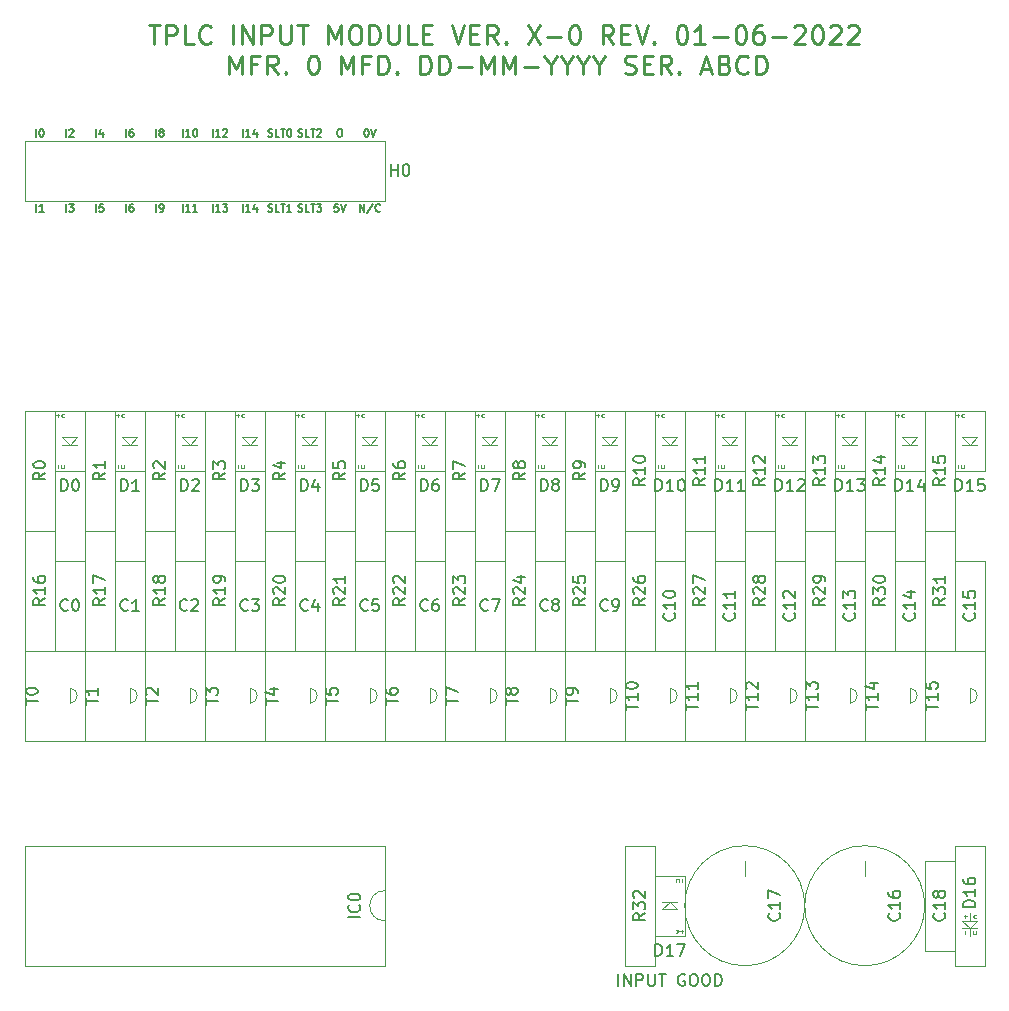
<source format=gbr>
%TF.GenerationSoftware,KiCad,Pcbnew,(6.0.0)*%
%TF.CreationDate,2023-06-08T10:55:53-04:00*%
%TF.ProjectId,INPUT,494e5055-542e-46b6-9963-61645f706362,rev?*%
%TF.SameCoordinates,Original*%
%TF.FileFunction,Legend,Top*%
%TF.FilePolarity,Positive*%
%FSLAX46Y46*%
G04 Gerber Fmt 4.6, Leading zero omitted, Abs format (unit mm)*
G04 Created by KiCad (PCBNEW (6.0.0)) date 2023-06-08 10:55:53*
%MOMM*%
%LPD*%
G01*
G04 APERTURE LIST*
%ADD10C,0.127000*%
%ADD11C,0.150000*%
%ADD12C,0.254000*%
%ADD13C,0.120000*%
G04 APERTURE END LIST*
D10*
X46687619Y-52992261D02*
X46687619Y-52357261D01*
X47080714Y-52629404D02*
X47020238Y-52599166D01*
X46990000Y-52568928D01*
X46959761Y-52508452D01*
X46959761Y-52478214D01*
X46990000Y-52417738D01*
X47020238Y-52387500D01*
X47080714Y-52357261D01*
X47201666Y-52357261D01*
X47262142Y-52387500D01*
X47292380Y-52417738D01*
X47322619Y-52478214D01*
X47322619Y-52508452D01*
X47292380Y-52568928D01*
X47262142Y-52599166D01*
X47201666Y-52629404D01*
X47080714Y-52629404D01*
X47020238Y-52659642D01*
X46990000Y-52689880D01*
X46959761Y-52750357D01*
X46959761Y-52871309D01*
X46990000Y-52931785D01*
X47020238Y-52962023D01*
X47080714Y-52992261D01*
X47201666Y-52992261D01*
X47262142Y-52962023D01*
X47292380Y-52931785D01*
X47322619Y-52871309D01*
X47322619Y-52750357D01*
X47292380Y-52689880D01*
X47262142Y-52659642D01*
X47201666Y-52629404D01*
X64467619Y-52357261D02*
X64528095Y-52357261D01*
X64588571Y-52387500D01*
X64618809Y-52417738D01*
X64649047Y-52478214D01*
X64679285Y-52599166D01*
X64679285Y-52750357D01*
X64649047Y-52871309D01*
X64618809Y-52931785D01*
X64588571Y-52962023D01*
X64528095Y-52992261D01*
X64467619Y-52992261D01*
X64407142Y-52962023D01*
X64376904Y-52931785D01*
X64346666Y-52871309D01*
X64316428Y-52750357D01*
X64316428Y-52599166D01*
X64346666Y-52478214D01*
X64376904Y-52417738D01*
X64407142Y-52387500D01*
X64467619Y-52357261D01*
X64860714Y-52357261D02*
X65072380Y-52992261D01*
X65284047Y-52357261D01*
D11*
X85812857Y-124912380D02*
X85812857Y-123912380D01*
X86289047Y-124912380D02*
X86289047Y-123912380D01*
X86860476Y-124912380D01*
X86860476Y-123912380D01*
X87336666Y-124912380D02*
X87336666Y-123912380D01*
X87717619Y-123912380D01*
X87812857Y-123960000D01*
X87860476Y-124007619D01*
X87908095Y-124102857D01*
X87908095Y-124245714D01*
X87860476Y-124340952D01*
X87812857Y-124388571D01*
X87717619Y-124436190D01*
X87336666Y-124436190D01*
X88336666Y-123912380D02*
X88336666Y-124721904D01*
X88384285Y-124817142D01*
X88431904Y-124864761D01*
X88527142Y-124912380D01*
X88717619Y-124912380D01*
X88812857Y-124864761D01*
X88860476Y-124817142D01*
X88908095Y-124721904D01*
X88908095Y-123912380D01*
X89241428Y-123912380D02*
X89812857Y-123912380D01*
X89527142Y-124912380D02*
X89527142Y-123912380D01*
X91431904Y-123960000D02*
X91336666Y-123912380D01*
X91193809Y-123912380D01*
X91050952Y-123960000D01*
X90955714Y-124055238D01*
X90908095Y-124150476D01*
X90860476Y-124340952D01*
X90860476Y-124483809D01*
X90908095Y-124674285D01*
X90955714Y-124769523D01*
X91050952Y-124864761D01*
X91193809Y-124912380D01*
X91289047Y-124912380D01*
X91431904Y-124864761D01*
X91479523Y-124817142D01*
X91479523Y-124483809D01*
X91289047Y-124483809D01*
X92098571Y-123912380D02*
X92289047Y-123912380D01*
X92384285Y-123960000D01*
X92479523Y-124055238D01*
X92527142Y-124245714D01*
X92527142Y-124579047D01*
X92479523Y-124769523D01*
X92384285Y-124864761D01*
X92289047Y-124912380D01*
X92098571Y-124912380D01*
X92003333Y-124864761D01*
X91908095Y-124769523D01*
X91860476Y-124579047D01*
X91860476Y-124245714D01*
X91908095Y-124055238D01*
X92003333Y-123960000D01*
X92098571Y-123912380D01*
X93146190Y-123912380D02*
X93336666Y-123912380D01*
X93431904Y-123960000D01*
X93527142Y-124055238D01*
X93574761Y-124245714D01*
X93574761Y-124579047D01*
X93527142Y-124769523D01*
X93431904Y-124864761D01*
X93336666Y-124912380D01*
X93146190Y-124912380D01*
X93050952Y-124864761D01*
X92955714Y-124769523D01*
X92908095Y-124579047D01*
X92908095Y-124245714D01*
X92955714Y-124055238D01*
X93050952Y-123960000D01*
X93146190Y-123912380D01*
X94003333Y-124912380D02*
X94003333Y-123912380D01*
X94241428Y-123912380D01*
X94384285Y-123960000D01*
X94479523Y-124055238D01*
X94527142Y-124150476D01*
X94574761Y-124340952D01*
X94574761Y-124483809D01*
X94527142Y-124674285D01*
X94479523Y-124769523D01*
X94384285Y-124864761D01*
X94241428Y-124912380D01*
X94003333Y-124912380D01*
D10*
X62109047Y-58707261D02*
X61806666Y-58707261D01*
X61776428Y-59009642D01*
X61806666Y-58979404D01*
X61867142Y-58949166D01*
X62018333Y-58949166D01*
X62078809Y-58979404D01*
X62109047Y-59009642D01*
X62139285Y-59070119D01*
X62139285Y-59221309D01*
X62109047Y-59281785D01*
X62078809Y-59312023D01*
X62018333Y-59342261D01*
X61867142Y-59342261D01*
X61806666Y-59312023D01*
X61776428Y-59281785D01*
X62320714Y-58707261D02*
X62532380Y-59342261D01*
X62744047Y-58707261D01*
X51465238Y-52992261D02*
X51465238Y-52357261D01*
X52100238Y-52992261D02*
X51737380Y-52992261D01*
X51918809Y-52992261D02*
X51918809Y-52357261D01*
X51858333Y-52447976D01*
X51797857Y-52508452D01*
X51737380Y-52538690D01*
X52342142Y-52417738D02*
X52372380Y-52387500D01*
X52432857Y-52357261D01*
X52584047Y-52357261D01*
X52644523Y-52387500D01*
X52674761Y-52417738D01*
X52705000Y-52478214D01*
X52705000Y-52538690D01*
X52674761Y-52629404D01*
X52311904Y-52992261D01*
X52705000Y-52992261D01*
X56167261Y-59312023D02*
X56257976Y-59342261D01*
X56409166Y-59342261D01*
X56469642Y-59312023D01*
X56499880Y-59281785D01*
X56530119Y-59221309D01*
X56530119Y-59160833D01*
X56499880Y-59100357D01*
X56469642Y-59070119D01*
X56409166Y-59039880D01*
X56288214Y-59009642D01*
X56227738Y-58979404D01*
X56197500Y-58949166D01*
X56167261Y-58888690D01*
X56167261Y-58828214D01*
X56197500Y-58767738D01*
X56227738Y-58737500D01*
X56288214Y-58707261D01*
X56439404Y-58707261D01*
X56530119Y-58737500D01*
X57104642Y-59342261D02*
X56802261Y-59342261D01*
X56802261Y-58707261D01*
X57225595Y-58707261D02*
X57588452Y-58707261D01*
X57407023Y-59342261D02*
X57407023Y-58707261D01*
X58132738Y-59342261D02*
X57769880Y-59342261D01*
X57951309Y-59342261D02*
X57951309Y-58707261D01*
X57890833Y-58797976D01*
X57830357Y-58858452D01*
X57769880Y-58888690D01*
X63938452Y-59342261D02*
X63938452Y-58707261D01*
X64301309Y-59342261D01*
X64301309Y-58707261D01*
X65057261Y-58677023D02*
X64512976Y-59493452D01*
X65631785Y-59281785D02*
X65601547Y-59312023D01*
X65510833Y-59342261D01*
X65450357Y-59342261D01*
X65359642Y-59312023D01*
X65299166Y-59251547D01*
X65268928Y-59191071D01*
X65238690Y-59070119D01*
X65238690Y-58979404D01*
X65268928Y-58858452D01*
X65299166Y-58797976D01*
X65359642Y-58737500D01*
X65450357Y-58707261D01*
X65510833Y-58707261D01*
X65601547Y-58737500D01*
X65631785Y-58767738D01*
X44147619Y-59342261D02*
X44147619Y-58707261D01*
X44722142Y-58707261D02*
X44601190Y-58707261D01*
X44540714Y-58737500D01*
X44510476Y-58767738D01*
X44450000Y-58858452D01*
X44419761Y-58979404D01*
X44419761Y-59221309D01*
X44450000Y-59281785D01*
X44480238Y-59312023D01*
X44540714Y-59342261D01*
X44661666Y-59342261D01*
X44722142Y-59312023D01*
X44752380Y-59281785D01*
X44782619Y-59221309D01*
X44782619Y-59070119D01*
X44752380Y-59009642D01*
X44722142Y-58979404D01*
X44661666Y-58949166D01*
X44540714Y-58949166D01*
X44480238Y-58979404D01*
X44450000Y-59009642D01*
X44419761Y-59070119D01*
X48925238Y-52992261D02*
X48925238Y-52357261D01*
X49560238Y-52992261D02*
X49197380Y-52992261D01*
X49378809Y-52992261D02*
X49378809Y-52357261D01*
X49318333Y-52447976D01*
X49257857Y-52508452D01*
X49197380Y-52538690D01*
X49953333Y-52357261D02*
X50013809Y-52357261D01*
X50074285Y-52387500D01*
X50104523Y-52417738D01*
X50134761Y-52478214D01*
X50165000Y-52599166D01*
X50165000Y-52750357D01*
X50134761Y-52871309D01*
X50104523Y-52931785D01*
X50074285Y-52962023D01*
X50013809Y-52992261D01*
X49953333Y-52992261D01*
X49892857Y-52962023D01*
X49862619Y-52931785D01*
X49832380Y-52871309D01*
X49802142Y-52750357D01*
X49802142Y-52599166D01*
X49832380Y-52478214D01*
X49862619Y-52417738D01*
X49892857Y-52387500D01*
X49953333Y-52357261D01*
X36527619Y-52992261D02*
X36527619Y-52357261D01*
X36950952Y-52357261D02*
X37011428Y-52357261D01*
X37071904Y-52387500D01*
X37102142Y-52417738D01*
X37132380Y-52478214D01*
X37162619Y-52599166D01*
X37162619Y-52750357D01*
X37132380Y-52871309D01*
X37102142Y-52931785D01*
X37071904Y-52962023D01*
X37011428Y-52992261D01*
X36950952Y-52992261D01*
X36890476Y-52962023D01*
X36860238Y-52931785D01*
X36830000Y-52871309D01*
X36799761Y-52750357D01*
X36799761Y-52599166D01*
X36830000Y-52478214D01*
X36860238Y-52417738D01*
X36890476Y-52387500D01*
X36950952Y-52357261D01*
X58707261Y-52962023D02*
X58797976Y-52992261D01*
X58949166Y-52992261D01*
X59009642Y-52962023D01*
X59039880Y-52931785D01*
X59070119Y-52871309D01*
X59070119Y-52810833D01*
X59039880Y-52750357D01*
X59009642Y-52720119D01*
X58949166Y-52689880D01*
X58828214Y-52659642D01*
X58767738Y-52629404D01*
X58737500Y-52599166D01*
X58707261Y-52538690D01*
X58707261Y-52478214D01*
X58737500Y-52417738D01*
X58767738Y-52387500D01*
X58828214Y-52357261D01*
X58979404Y-52357261D01*
X59070119Y-52387500D01*
X59644642Y-52992261D02*
X59342261Y-52992261D01*
X59342261Y-52357261D01*
X59765595Y-52357261D02*
X60128452Y-52357261D01*
X59947023Y-52992261D02*
X59947023Y-52357261D01*
X60309880Y-52417738D02*
X60340119Y-52387500D01*
X60400595Y-52357261D01*
X60551785Y-52357261D01*
X60612261Y-52387500D01*
X60642500Y-52417738D01*
X60672738Y-52478214D01*
X60672738Y-52538690D01*
X60642500Y-52629404D01*
X60279642Y-52992261D01*
X60672738Y-52992261D01*
X44147619Y-52992261D02*
X44147619Y-52357261D01*
X44722142Y-52357261D02*
X44601190Y-52357261D01*
X44540714Y-52387500D01*
X44510476Y-52417738D01*
X44450000Y-52508452D01*
X44419761Y-52629404D01*
X44419761Y-52871309D01*
X44450000Y-52931785D01*
X44480238Y-52962023D01*
X44540714Y-52992261D01*
X44661666Y-52992261D01*
X44722142Y-52962023D01*
X44752380Y-52931785D01*
X44782619Y-52871309D01*
X44782619Y-52720119D01*
X44752380Y-52659642D01*
X44722142Y-52629404D01*
X44661666Y-52599166D01*
X44540714Y-52599166D01*
X44480238Y-52629404D01*
X44450000Y-52659642D01*
X44419761Y-52720119D01*
D12*
X46075297Y-43572717D02*
X46982440Y-43572717D01*
X46528869Y-45160217D02*
X46528869Y-43572717D01*
X47511607Y-45160217D02*
X47511607Y-43572717D01*
X48116369Y-43572717D01*
X48267559Y-43648313D01*
X48343154Y-43723908D01*
X48418750Y-43875098D01*
X48418750Y-44101884D01*
X48343154Y-44253074D01*
X48267559Y-44328670D01*
X48116369Y-44404265D01*
X47511607Y-44404265D01*
X49855059Y-45160217D02*
X49099107Y-45160217D01*
X49099107Y-43572717D01*
X51291369Y-45009027D02*
X51215773Y-45084622D01*
X50988988Y-45160217D01*
X50837797Y-45160217D01*
X50611011Y-45084622D01*
X50459821Y-44933432D01*
X50384226Y-44782241D01*
X50308630Y-44479860D01*
X50308630Y-44253074D01*
X50384226Y-43950693D01*
X50459821Y-43799503D01*
X50611011Y-43648313D01*
X50837797Y-43572717D01*
X50988988Y-43572717D01*
X51215773Y-43648313D01*
X51291369Y-43723908D01*
X53181250Y-45160217D02*
X53181250Y-43572717D01*
X53937202Y-45160217D02*
X53937202Y-43572717D01*
X54844345Y-45160217D01*
X54844345Y-43572717D01*
X55600297Y-45160217D02*
X55600297Y-43572717D01*
X56205059Y-43572717D01*
X56356250Y-43648313D01*
X56431845Y-43723908D01*
X56507440Y-43875098D01*
X56507440Y-44101884D01*
X56431845Y-44253074D01*
X56356250Y-44328670D01*
X56205059Y-44404265D01*
X55600297Y-44404265D01*
X57187797Y-43572717D02*
X57187797Y-44857836D01*
X57263392Y-45009027D01*
X57338988Y-45084622D01*
X57490178Y-45160217D01*
X57792559Y-45160217D01*
X57943750Y-45084622D01*
X58019345Y-45009027D01*
X58094940Y-44857836D01*
X58094940Y-43572717D01*
X58624107Y-43572717D02*
X59531250Y-43572717D01*
X59077678Y-45160217D02*
X59077678Y-43572717D01*
X61269940Y-45160217D02*
X61269940Y-43572717D01*
X61799107Y-44706646D01*
X62328273Y-43572717D01*
X62328273Y-45160217D01*
X63386607Y-43572717D02*
X63688988Y-43572717D01*
X63840178Y-43648313D01*
X63991369Y-43799503D01*
X64066964Y-44101884D01*
X64066964Y-44631051D01*
X63991369Y-44933432D01*
X63840178Y-45084622D01*
X63688988Y-45160217D01*
X63386607Y-45160217D01*
X63235416Y-45084622D01*
X63084226Y-44933432D01*
X63008630Y-44631051D01*
X63008630Y-44101884D01*
X63084226Y-43799503D01*
X63235416Y-43648313D01*
X63386607Y-43572717D01*
X64747321Y-45160217D02*
X64747321Y-43572717D01*
X65125297Y-43572717D01*
X65352083Y-43648313D01*
X65503273Y-43799503D01*
X65578869Y-43950693D01*
X65654464Y-44253074D01*
X65654464Y-44479860D01*
X65578869Y-44782241D01*
X65503273Y-44933432D01*
X65352083Y-45084622D01*
X65125297Y-45160217D01*
X64747321Y-45160217D01*
X66334821Y-43572717D02*
X66334821Y-44857836D01*
X66410416Y-45009027D01*
X66486011Y-45084622D01*
X66637202Y-45160217D01*
X66939583Y-45160217D01*
X67090773Y-45084622D01*
X67166369Y-45009027D01*
X67241964Y-44857836D01*
X67241964Y-43572717D01*
X68753869Y-45160217D02*
X67997916Y-45160217D01*
X67997916Y-43572717D01*
X69283035Y-44328670D02*
X69812202Y-44328670D01*
X70038988Y-45160217D02*
X69283035Y-45160217D01*
X69283035Y-43572717D01*
X70038988Y-43572717D01*
X71702083Y-43572717D02*
X72231250Y-45160217D01*
X72760416Y-43572717D01*
X73289583Y-44328670D02*
X73818750Y-44328670D01*
X74045535Y-45160217D02*
X73289583Y-45160217D01*
X73289583Y-43572717D01*
X74045535Y-43572717D01*
X75633035Y-45160217D02*
X75103869Y-44404265D01*
X74725892Y-45160217D02*
X74725892Y-43572717D01*
X75330654Y-43572717D01*
X75481845Y-43648313D01*
X75557440Y-43723908D01*
X75633035Y-43875098D01*
X75633035Y-44101884D01*
X75557440Y-44253074D01*
X75481845Y-44328670D01*
X75330654Y-44404265D01*
X74725892Y-44404265D01*
X76313392Y-45009027D02*
X76388988Y-45084622D01*
X76313392Y-45160217D01*
X76237797Y-45084622D01*
X76313392Y-45009027D01*
X76313392Y-45160217D01*
X78127678Y-43572717D02*
X79186011Y-45160217D01*
X79186011Y-43572717D02*
X78127678Y-45160217D01*
X79790773Y-44555455D02*
X81000297Y-44555455D01*
X82058630Y-43572717D02*
X82209821Y-43572717D01*
X82361011Y-43648313D01*
X82436607Y-43723908D01*
X82512202Y-43875098D01*
X82587797Y-44177479D01*
X82587797Y-44555455D01*
X82512202Y-44857836D01*
X82436607Y-45009027D01*
X82361011Y-45084622D01*
X82209821Y-45160217D01*
X82058630Y-45160217D01*
X81907440Y-45084622D01*
X81831845Y-45009027D01*
X81756250Y-44857836D01*
X81680654Y-44555455D01*
X81680654Y-44177479D01*
X81756250Y-43875098D01*
X81831845Y-43723908D01*
X81907440Y-43648313D01*
X82058630Y-43572717D01*
X85384821Y-45160217D02*
X84855654Y-44404265D01*
X84477678Y-45160217D02*
X84477678Y-43572717D01*
X85082440Y-43572717D01*
X85233630Y-43648313D01*
X85309226Y-43723908D01*
X85384821Y-43875098D01*
X85384821Y-44101884D01*
X85309226Y-44253074D01*
X85233630Y-44328670D01*
X85082440Y-44404265D01*
X84477678Y-44404265D01*
X86065178Y-44328670D02*
X86594345Y-44328670D01*
X86821130Y-45160217D02*
X86065178Y-45160217D01*
X86065178Y-43572717D01*
X86821130Y-43572717D01*
X87274702Y-43572717D02*
X87803869Y-45160217D01*
X88333035Y-43572717D01*
X88862202Y-45009027D02*
X88937797Y-45084622D01*
X88862202Y-45160217D01*
X88786607Y-45084622D01*
X88862202Y-45009027D01*
X88862202Y-45160217D01*
X91130059Y-43572717D02*
X91281250Y-43572717D01*
X91432440Y-43648313D01*
X91508035Y-43723908D01*
X91583630Y-43875098D01*
X91659226Y-44177479D01*
X91659226Y-44555455D01*
X91583630Y-44857836D01*
X91508035Y-45009027D01*
X91432440Y-45084622D01*
X91281250Y-45160217D01*
X91130059Y-45160217D01*
X90978869Y-45084622D01*
X90903273Y-45009027D01*
X90827678Y-44857836D01*
X90752083Y-44555455D01*
X90752083Y-44177479D01*
X90827678Y-43875098D01*
X90903273Y-43723908D01*
X90978869Y-43648313D01*
X91130059Y-43572717D01*
X93171130Y-45160217D02*
X92263988Y-45160217D01*
X92717559Y-45160217D02*
X92717559Y-43572717D01*
X92566369Y-43799503D01*
X92415178Y-43950693D01*
X92263988Y-44026289D01*
X93851488Y-44555455D02*
X95061011Y-44555455D01*
X96119345Y-43572717D02*
X96270535Y-43572717D01*
X96421726Y-43648313D01*
X96497321Y-43723908D01*
X96572916Y-43875098D01*
X96648511Y-44177479D01*
X96648511Y-44555455D01*
X96572916Y-44857836D01*
X96497321Y-45009027D01*
X96421726Y-45084622D01*
X96270535Y-45160217D01*
X96119345Y-45160217D01*
X95968154Y-45084622D01*
X95892559Y-45009027D01*
X95816964Y-44857836D01*
X95741369Y-44555455D01*
X95741369Y-44177479D01*
X95816964Y-43875098D01*
X95892559Y-43723908D01*
X95968154Y-43648313D01*
X96119345Y-43572717D01*
X98009226Y-43572717D02*
X97706845Y-43572717D01*
X97555654Y-43648313D01*
X97480059Y-43723908D01*
X97328869Y-43950693D01*
X97253273Y-44253074D01*
X97253273Y-44857836D01*
X97328869Y-45009027D01*
X97404464Y-45084622D01*
X97555654Y-45160217D01*
X97858035Y-45160217D01*
X98009226Y-45084622D01*
X98084821Y-45009027D01*
X98160416Y-44857836D01*
X98160416Y-44479860D01*
X98084821Y-44328670D01*
X98009226Y-44253074D01*
X97858035Y-44177479D01*
X97555654Y-44177479D01*
X97404464Y-44253074D01*
X97328869Y-44328670D01*
X97253273Y-44479860D01*
X98840773Y-44555455D02*
X100050297Y-44555455D01*
X100730654Y-43723908D02*
X100806250Y-43648313D01*
X100957440Y-43572717D01*
X101335416Y-43572717D01*
X101486607Y-43648313D01*
X101562202Y-43723908D01*
X101637797Y-43875098D01*
X101637797Y-44026289D01*
X101562202Y-44253074D01*
X100655059Y-45160217D01*
X101637797Y-45160217D01*
X102620535Y-43572717D02*
X102771726Y-43572717D01*
X102922916Y-43648313D01*
X102998511Y-43723908D01*
X103074107Y-43875098D01*
X103149702Y-44177479D01*
X103149702Y-44555455D01*
X103074107Y-44857836D01*
X102998511Y-45009027D01*
X102922916Y-45084622D01*
X102771726Y-45160217D01*
X102620535Y-45160217D01*
X102469345Y-45084622D01*
X102393750Y-45009027D01*
X102318154Y-44857836D01*
X102242559Y-44555455D01*
X102242559Y-44177479D01*
X102318154Y-43875098D01*
X102393750Y-43723908D01*
X102469345Y-43648313D01*
X102620535Y-43572717D01*
X103754464Y-43723908D02*
X103830059Y-43648313D01*
X103981250Y-43572717D01*
X104359226Y-43572717D01*
X104510416Y-43648313D01*
X104586011Y-43723908D01*
X104661607Y-43875098D01*
X104661607Y-44026289D01*
X104586011Y-44253074D01*
X103678869Y-45160217D01*
X104661607Y-45160217D01*
X105266369Y-43723908D02*
X105341964Y-43648313D01*
X105493154Y-43572717D01*
X105871130Y-43572717D01*
X106022321Y-43648313D01*
X106097916Y-43723908D01*
X106173511Y-43875098D01*
X106173511Y-44026289D01*
X106097916Y-44253074D01*
X105190773Y-45160217D01*
X106173511Y-45160217D01*
X52878869Y-47716092D02*
X52878869Y-46128592D01*
X53408035Y-47262521D01*
X53937202Y-46128592D01*
X53937202Y-47716092D01*
X55222321Y-46884545D02*
X54693154Y-46884545D01*
X54693154Y-47716092D02*
X54693154Y-46128592D01*
X55449107Y-46128592D01*
X56961011Y-47716092D02*
X56431845Y-46960140D01*
X56053869Y-47716092D02*
X56053869Y-46128592D01*
X56658630Y-46128592D01*
X56809821Y-46204188D01*
X56885416Y-46279783D01*
X56961011Y-46430973D01*
X56961011Y-46657759D01*
X56885416Y-46808949D01*
X56809821Y-46884545D01*
X56658630Y-46960140D01*
X56053869Y-46960140D01*
X57641369Y-47564902D02*
X57716964Y-47640497D01*
X57641369Y-47716092D01*
X57565773Y-47640497D01*
X57641369Y-47564902D01*
X57641369Y-47716092D01*
X59909226Y-46128592D02*
X60060416Y-46128592D01*
X60211607Y-46204188D01*
X60287202Y-46279783D01*
X60362797Y-46430973D01*
X60438392Y-46733354D01*
X60438392Y-47111330D01*
X60362797Y-47413711D01*
X60287202Y-47564902D01*
X60211607Y-47640497D01*
X60060416Y-47716092D01*
X59909226Y-47716092D01*
X59758035Y-47640497D01*
X59682440Y-47564902D01*
X59606845Y-47413711D01*
X59531250Y-47111330D01*
X59531250Y-46733354D01*
X59606845Y-46430973D01*
X59682440Y-46279783D01*
X59758035Y-46204188D01*
X59909226Y-46128592D01*
X62328273Y-47716092D02*
X62328273Y-46128592D01*
X62857440Y-47262521D01*
X63386607Y-46128592D01*
X63386607Y-47716092D01*
X64671726Y-46884545D02*
X64142559Y-46884545D01*
X64142559Y-47716092D02*
X64142559Y-46128592D01*
X64898511Y-46128592D01*
X65503273Y-47716092D02*
X65503273Y-46128592D01*
X65881250Y-46128592D01*
X66108035Y-46204188D01*
X66259226Y-46355378D01*
X66334821Y-46506568D01*
X66410416Y-46808949D01*
X66410416Y-47035735D01*
X66334821Y-47338116D01*
X66259226Y-47489307D01*
X66108035Y-47640497D01*
X65881250Y-47716092D01*
X65503273Y-47716092D01*
X67090773Y-47564902D02*
X67166369Y-47640497D01*
X67090773Y-47716092D01*
X67015178Y-47640497D01*
X67090773Y-47564902D01*
X67090773Y-47716092D01*
X69056250Y-47716092D02*
X69056250Y-46128592D01*
X69434226Y-46128592D01*
X69661011Y-46204188D01*
X69812202Y-46355378D01*
X69887797Y-46506568D01*
X69963392Y-46808949D01*
X69963392Y-47035735D01*
X69887797Y-47338116D01*
X69812202Y-47489307D01*
X69661011Y-47640497D01*
X69434226Y-47716092D01*
X69056250Y-47716092D01*
X70643750Y-47716092D02*
X70643750Y-46128592D01*
X71021726Y-46128592D01*
X71248511Y-46204188D01*
X71399702Y-46355378D01*
X71475297Y-46506568D01*
X71550892Y-46808949D01*
X71550892Y-47035735D01*
X71475297Y-47338116D01*
X71399702Y-47489307D01*
X71248511Y-47640497D01*
X71021726Y-47716092D01*
X70643750Y-47716092D01*
X72231250Y-47111330D02*
X73440773Y-47111330D01*
X74196726Y-47716092D02*
X74196726Y-46128592D01*
X74725892Y-47262521D01*
X75255059Y-46128592D01*
X75255059Y-47716092D01*
X76011011Y-47716092D02*
X76011011Y-46128592D01*
X76540178Y-47262521D01*
X77069345Y-46128592D01*
X77069345Y-47716092D01*
X77825297Y-47111330D02*
X79034821Y-47111330D01*
X80093154Y-46960140D02*
X80093154Y-47716092D01*
X79563988Y-46128592D02*
X80093154Y-46960140D01*
X80622321Y-46128592D01*
X81453869Y-46960140D02*
X81453869Y-47716092D01*
X80924702Y-46128592D02*
X81453869Y-46960140D01*
X81983035Y-46128592D01*
X82814583Y-46960140D02*
X82814583Y-47716092D01*
X82285416Y-46128592D02*
X82814583Y-46960140D01*
X83343750Y-46128592D01*
X84175297Y-46960140D02*
X84175297Y-47716092D01*
X83646130Y-46128592D02*
X84175297Y-46960140D01*
X84704464Y-46128592D01*
X86367559Y-47640497D02*
X86594345Y-47716092D01*
X86972321Y-47716092D01*
X87123511Y-47640497D01*
X87199107Y-47564902D01*
X87274702Y-47413711D01*
X87274702Y-47262521D01*
X87199107Y-47111330D01*
X87123511Y-47035735D01*
X86972321Y-46960140D01*
X86669940Y-46884545D01*
X86518750Y-46808949D01*
X86443154Y-46733354D01*
X86367559Y-46582164D01*
X86367559Y-46430973D01*
X86443154Y-46279783D01*
X86518750Y-46204188D01*
X86669940Y-46128592D01*
X87047916Y-46128592D01*
X87274702Y-46204188D01*
X87955059Y-46884545D02*
X88484226Y-46884545D01*
X88711011Y-47716092D02*
X87955059Y-47716092D01*
X87955059Y-46128592D01*
X88711011Y-46128592D01*
X90298511Y-47716092D02*
X89769345Y-46960140D01*
X89391369Y-47716092D02*
X89391369Y-46128592D01*
X89996130Y-46128592D01*
X90147321Y-46204188D01*
X90222916Y-46279783D01*
X90298511Y-46430973D01*
X90298511Y-46657759D01*
X90222916Y-46808949D01*
X90147321Y-46884545D01*
X89996130Y-46960140D01*
X89391369Y-46960140D01*
X90978869Y-47564902D02*
X91054464Y-47640497D01*
X90978869Y-47716092D01*
X90903273Y-47640497D01*
X90978869Y-47564902D01*
X90978869Y-47716092D01*
X92868750Y-47262521D02*
X93624702Y-47262521D01*
X92717559Y-47716092D02*
X93246726Y-46128592D01*
X93775892Y-47716092D01*
X94834226Y-46884545D02*
X95061011Y-46960140D01*
X95136607Y-47035735D01*
X95212202Y-47186926D01*
X95212202Y-47413711D01*
X95136607Y-47564902D01*
X95061011Y-47640497D01*
X94909821Y-47716092D01*
X94305059Y-47716092D01*
X94305059Y-46128592D01*
X94834226Y-46128592D01*
X94985416Y-46204188D01*
X95061011Y-46279783D01*
X95136607Y-46430973D01*
X95136607Y-46582164D01*
X95061011Y-46733354D01*
X94985416Y-46808949D01*
X94834226Y-46884545D01*
X94305059Y-46884545D01*
X96799702Y-47564902D02*
X96724107Y-47640497D01*
X96497321Y-47716092D01*
X96346130Y-47716092D01*
X96119345Y-47640497D01*
X95968154Y-47489307D01*
X95892559Y-47338116D01*
X95816964Y-47035735D01*
X95816964Y-46808949D01*
X95892559Y-46506568D01*
X95968154Y-46355378D01*
X96119345Y-46204188D01*
X96346130Y-46128592D01*
X96497321Y-46128592D01*
X96724107Y-46204188D01*
X96799702Y-46279783D01*
X97480059Y-47716092D02*
X97480059Y-46128592D01*
X97858035Y-46128592D01*
X98084821Y-46204188D01*
X98236011Y-46355378D01*
X98311607Y-46506568D01*
X98387202Y-46808949D01*
X98387202Y-47035735D01*
X98311607Y-47338116D01*
X98236011Y-47489307D01*
X98084821Y-47640497D01*
X97858035Y-47716092D01*
X97480059Y-47716092D01*
D10*
X62169523Y-52357261D02*
X62290476Y-52357261D01*
X62350952Y-52387500D01*
X62411428Y-52447976D01*
X62441666Y-52568928D01*
X62441666Y-52780595D01*
X62411428Y-52901547D01*
X62350952Y-52962023D01*
X62290476Y-52992261D01*
X62169523Y-52992261D01*
X62109047Y-52962023D01*
X62048571Y-52901547D01*
X62018333Y-52780595D01*
X62018333Y-52568928D01*
X62048571Y-52447976D01*
X62109047Y-52387500D01*
X62169523Y-52357261D01*
X51465238Y-59342261D02*
X51465238Y-58707261D01*
X52100238Y-59342261D02*
X51737380Y-59342261D01*
X51918809Y-59342261D02*
X51918809Y-58707261D01*
X51858333Y-58797976D01*
X51797857Y-58858452D01*
X51737380Y-58888690D01*
X52311904Y-58707261D02*
X52705000Y-58707261D01*
X52493333Y-58949166D01*
X52584047Y-58949166D01*
X52644523Y-58979404D01*
X52674761Y-59009642D01*
X52705000Y-59070119D01*
X52705000Y-59221309D01*
X52674761Y-59281785D01*
X52644523Y-59312023D01*
X52584047Y-59342261D01*
X52402619Y-59342261D01*
X52342142Y-59312023D01*
X52311904Y-59281785D01*
X54005238Y-59342261D02*
X54005238Y-58707261D01*
X54640238Y-59342261D02*
X54277380Y-59342261D01*
X54458809Y-59342261D02*
X54458809Y-58707261D01*
X54398333Y-58797976D01*
X54337857Y-58858452D01*
X54277380Y-58888690D01*
X55184523Y-58918928D02*
X55184523Y-59342261D01*
X55033333Y-58677023D02*
X54882142Y-59130595D01*
X55275238Y-59130595D01*
X54005238Y-52992261D02*
X54005238Y-52357261D01*
X54640238Y-52992261D02*
X54277380Y-52992261D01*
X54458809Y-52992261D02*
X54458809Y-52357261D01*
X54398333Y-52447976D01*
X54337857Y-52508452D01*
X54277380Y-52538690D01*
X55184523Y-52568928D02*
X55184523Y-52992261D01*
X55033333Y-52327023D02*
X54882142Y-52780595D01*
X55275238Y-52780595D01*
X39067619Y-52992261D02*
X39067619Y-52357261D01*
X39339761Y-52417738D02*
X39370000Y-52387500D01*
X39430476Y-52357261D01*
X39581666Y-52357261D01*
X39642142Y-52387500D01*
X39672380Y-52417738D01*
X39702619Y-52478214D01*
X39702619Y-52538690D01*
X39672380Y-52629404D01*
X39309523Y-52992261D01*
X39702619Y-52992261D01*
X36527619Y-59342261D02*
X36527619Y-58707261D01*
X37162619Y-59342261D02*
X36799761Y-59342261D01*
X36981190Y-59342261D02*
X36981190Y-58707261D01*
X36920714Y-58797976D01*
X36860238Y-58858452D01*
X36799761Y-58888690D01*
X41607619Y-52992261D02*
X41607619Y-52357261D01*
X42182142Y-52568928D02*
X42182142Y-52992261D01*
X42030952Y-52327023D02*
X41879761Y-52780595D01*
X42272857Y-52780595D01*
X58707261Y-59312023D02*
X58797976Y-59342261D01*
X58949166Y-59342261D01*
X59009642Y-59312023D01*
X59039880Y-59281785D01*
X59070119Y-59221309D01*
X59070119Y-59160833D01*
X59039880Y-59100357D01*
X59009642Y-59070119D01*
X58949166Y-59039880D01*
X58828214Y-59009642D01*
X58767738Y-58979404D01*
X58737500Y-58949166D01*
X58707261Y-58888690D01*
X58707261Y-58828214D01*
X58737500Y-58767738D01*
X58767738Y-58737500D01*
X58828214Y-58707261D01*
X58979404Y-58707261D01*
X59070119Y-58737500D01*
X59644642Y-59342261D02*
X59342261Y-59342261D01*
X59342261Y-58707261D01*
X59765595Y-58707261D02*
X60128452Y-58707261D01*
X59947023Y-59342261D02*
X59947023Y-58707261D01*
X60279642Y-58707261D02*
X60672738Y-58707261D01*
X60461071Y-58949166D01*
X60551785Y-58949166D01*
X60612261Y-58979404D01*
X60642500Y-59009642D01*
X60672738Y-59070119D01*
X60672738Y-59221309D01*
X60642500Y-59281785D01*
X60612261Y-59312023D01*
X60551785Y-59342261D01*
X60370357Y-59342261D01*
X60309880Y-59312023D01*
X60279642Y-59281785D01*
X46687619Y-59342261D02*
X46687619Y-58707261D01*
X47020238Y-59342261D02*
X47141190Y-59342261D01*
X47201666Y-59312023D01*
X47231904Y-59281785D01*
X47292380Y-59191071D01*
X47322619Y-59070119D01*
X47322619Y-58828214D01*
X47292380Y-58767738D01*
X47262142Y-58737500D01*
X47201666Y-58707261D01*
X47080714Y-58707261D01*
X47020238Y-58737500D01*
X46990000Y-58767738D01*
X46959761Y-58828214D01*
X46959761Y-58979404D01*
X46990000Y-59039880D01*
X47020238Y-59070119D01*
X47080714Y-59100357D01*
X47201666Y-59100357D01*
X47262142Y-59070119D01*
X47292380Y-59039880D01*
X47322619Y-58979404D01*
X48925238Y-59342261D02*
X48925238Y-58707261D01*
X49560238Y-59342261D02*
X49197380Y-59342261D01*
X49378809Y-59342261D02*
X49378809Y-58707261D01*
X49318333Y-58797976D01*
X49257857Y-58858452D01*
X49197380Y-58888690D01*
X50165000Y-59342261D02*
X49802142Y-59342261D01*
X49983571Y-59342261D02*
X49983571Y-58707261D01*
X49923095Y-58797976D01*
X49862619Y-58858452D01*
X49802142Y-58888690D01*
X56167261Y-52962023D02*
X56257976Y-52992261D01*
X56409166Y-52992261D01*
X56469642Y-52962023D01*
X56499880Y-52931785D01*
X56530119Y-52871309D01*
X56530119Y-52810833D01*
X56499880Y-52750357D01*
X56469642Y-52720119D01*
X56409166Y-52689880D01*
X56288214Y-52659642D01*
X56227738Y-52629404D01*
X56197500Y-52599166D01*
X56167261Y-52538690D01*
X56167261Y-52478214D01*
X56197500Y-52417738D01*
X56227738Y-52387500D01*
X56288214Y-52357261D01*
X56439404Y-52357261D01*
X56530119Y-52387500D01*
X57104642Y-52992261D02*
X56802261Y-52992261D01*
X56802261Y-52357261D01*
X57225595Y-52357261D02*
X57588452Y-52357261D01*
X57407023Y-52992261D02*
X57407023Y-52357261D01*
X57921071Y-52357261D02*
X57981547Y-52357261D01*
X58042023Y-52387500D01*
X58072261Y-52417738D01*
X58102500Y-52478214D01*
X58132738Y-52599166D01*
X58132738Y-52750357D01*
X58102500Y-52871309D01*
X58072261Y-52931785D01*
X58042023Y-52962023D01*
X57981547Y-52992261D01*
X57921071Y-52992261D01*
X57860595Y-52962023D01*
X57830357Y-52931785D01*
X57800119Y-52871309D01*
X57769880Y-52750357D01*
X57769880Y-52599166D01*
X57800119Y-52478214D01*
X57830357Y-52417738D01*
X57860595Y-52387500D01*
X57921071Y-52357261D01*
X41607619Y-59342261D02*
X41607619Y-58707261D01*
X42212380Y-58707261D02*
X41910000Y-58707261D01*
X41879761Y-59009642D01*
X41910000Y-58979404D01*
X41970476Y-58949166D01*
X42121666Y-58949166D01*
X42182142Y-58979404D01*
X42212380Y-59009642D01*
X42242619Y-59070119D01*
X42242619Y-59221309D01*
X42212380Y-59281785D01*
X42182142Y-59312023D01*
X42121666Y-59342261D01*
X41970476Y-59342261D01*
X41910000Y-59312023D01*
X41879761Y-59281785D01*
X39067619Y-59342261D02*
X39067619Y-58707261D01*
X39309523Y-58707261D02*
X39702619Y-58707261D01*
X39490952Y-58949166D01*
X39581666Y-58949166D01*
X39642142Y-58979404D01*
X39672380Y-59009642D01*
X39702619Y-59070119D01*
X39702619Y-59221309D01*
X39672380Y-59281785D01*
X39642142Y-59312023D01*
X39581666Y-59342261D01*
X39400238Y-59342261D01*
X39339761Y-59312023D01*
X39309523Y-59281785D01*
D11*
%TO.C,R20*%
X57602380Y-92082857D02*
X57126190Y-92416190D01*
X57602380Y-92654285D02*
X56602380Y-92654285D01*
X56602380Y-92273333D01*
X56650000Y-92178095D01*
X56697619Y-92130476D01*
X56792857Y-92082857D01*
X56935714Y-92082857D01*
X57030952Y-92130476D01*
X57078571Y-92178095D01*
X57126190Y-92273333D01*
X57126190Y-92654285D01*
X56697619Y-91701904D02*
X56650000Y-91654285D01*
X56602380Y-91559047D01*
X56602380Y-91320952D01*
X56650000Y-91225714D01*
X56697619Y-91178095D01*
X56792857Y-91130476D01*
X56888095Y-91130476D01*
X57030952Y-91178095D01*
X57602380Y-91749523D01*
X57602380Y-91130476D01*
X56602380Y-90511428D02*
X56602380Y-90416190D01*
X56650000Y-90320952D01*
X56697619Y-90273333D01*
X56792857Y-90225714D01*
X56983333Y-90178095D01*
X57221428Y-90178095D01*
X57411904Y-90225714D01*
X57507142Y-90273333D01*
X57554761Y-90320952D01*
X57602380Y-90416190D01*
X57602380Y-90511428D01*
X57554761Y-90606666D01*
X57507142Y-90654285D01*
X57411904Y-90701904D01*
X57221428Y-90749523D01*
X56983333Y-90749523D01*
X56792857Y-90701904D01*
X56697619Y-90654285D01*
X56650000Y-90606666D01*
X56602380Y-90511428D01*
%TO.C,C4*%
X59523333Y-93067142D02*
X59475714Y-93114761D01*
X59332857Y-93162380D01*
X59237619Y-93162380D01*
X59094761Y-93114761D01*
X58999523Y-93019523D01*
X58951904Y-92924285D01*
X58904285Y-92733809D01*
X58904285Y-92590952D01*
X58951904Y-92400476D01*
X58999523Y-92305238D01*
X59094761Y-92210000D01*
X59237619Y-92162380D01*
X59332857Y-92162380D01*
X59475714Y-92210000D01*
X59523333Y-92257619D01*
X60380476Y-92495714D02*
X60380476Y-93162380D01*
X60142380Y-92114761D02*
X59904285Y-92829047D01*
X60523333Y-92829047D01*
%TO.C,D16*%
X116022380Y-118204285D02*
X115022380Y-118204285D01*
X115022380Y-117966190D01*
X115070000Y-117823333D01*
X115165238Y-117728095D01*
X115260476Y-117680476D01*
X115450952Y-117632857D01*
X115593809Y-117632857D01*
X115784285Y-117680476D01*
X115879523Y-117728095D01*
X115974761Y-117823333D01*
X116022380Y-117966190D01*
X116022380Y-118204285D01*
X116022380Y-116680476D02*
X116022380Y-117251904D01*
X116022380Y-116966190D02*
X115022380Y-116966190D01*
X115165238Y-117061428D01*
X115260476Y-117156666D01*
X115308095Y-117251904D01*
X115022380Y-115823333D02*
X115022380Y-116013809D01*
X115070000Y-116109047D01*
X115117619Y-116156666D01*
X115260476Y-116251904D01*
X115450952Y-116299523D01*
X115831904Y-116299523D01*
X115927142Y-116251904D01*
X115974761Y-116204285D01*
X116022380Y-116109047D01*
X116022380Y-115918571D01*
X115974761Y-115823333D01*
X115927142Y-115775714D01*
X115831904Y-115728095D01*
X115593809Y-115728095D01*
X115498571Y-115775714D01*
X115450952Y-115823333D01*
X115403333Y-115918571D01*
X115403333Y-116109047D01*
X115450952Y-116204285D01*
X115498571Y-116251904D01*
X115593809Y-116299523D01*
%TO.C,R5*%
X62682380Y-81446666D02*
X62206190Y-81780000D01*
X62682380Y-82018095D02*
X61682380Y-82018095D01*
X61682380Y-81637142D01*
X61730000Y-81541904D01*
X61777619Y-81494285D01*
X61872857Y-81446666D01*
X62015714Y-81446666D01*
X62110952Y-81494285D01*
X62158571Y-81541904D01*
X62206190Y-81637142D01*
X62206190Y-82018095D01*
X61682380Y-80541904D02*
X61682380Y-81018095D01*
X62158571Y-81065714D01*
X62110952Y-81018095D01*
X62063333Y-80922857D01*
X62063333Y-80684761D01*
X62110952Y-80589523D01*
X62158571Y-80541904D01*
X62253809Y-80494285D01*
X62491904Y-80494285D01*
X62587142Y-80541904D01*
X62634761Y-80589523D01*
X62682380Y-80684761D01*
X62682380Y-80922857D01*
X62634761Y-81018095D01*
X62587142Y-81065714D01*
%TO.C,R32*%
X88082380Y-118752857D02*
X87606190Y-119086190D01*
X88082380Y-119324285D02*
X87082380Y-119324285D01*
X87082380Y-118943333D01*
X87130000Y-118848095D01*
X87177619Y-118800476D01*
X87272857Y-118752857D01*
X87415714Y-118752857D01*
X87510952Y-118800476D01*
X87558571Y-118848095D01*
X87606190Y-118943333D01*
X87606190Y-119324285D01*
X87082380Y-118419523D02*
X87082380Y-117800476D01*
X87463333Y-118133809D01*
X87463333Y-117990952D01*
X87510952Y-117895714D01*
X87558571Y-117848095D01*
X87653809Y-117800476D01*
X87891904Y-117800476D01*
X87987142Y-117848095D01*
X88034761Y-117895714D01*
X88082380Y-117990952D01*
X88082380Y-118276666D01*
X88034761Y-118371904D01*
X87987142Y-118419523D01*
X87177619Y-117419523D02*
X87130000Y-117371904D01*
X87082380Y-117276666D01*
X87082380Y-117038571D01*
X87130000Y-116943333D01*
X87177619Y-116895714D01*
X87272857Y-116848095D01*
X87368095Y-116848095D01*
X87510952Y-116895714D01*
X88082380Y-117467142D01*
X88082380Y-116848095D01*
%TO.C,D17*%
X88955714Y-122372380D02*
X88955714Y-121372380D01*
X89193809Y-121372380D01*
X89336666Y-121420000D01*
X89431904Y-121515238D01*
X89479523Y-121610476D01*
X89527142Y-121800952D01*
X89527142Y-121943809D01*
X89479523Y-122134285D01*
X89431904Y-122229523D01*
X89336666Y-122324761D01*
X89193809Y-122372380D01*
X88955714Y-122372380D01*
X90479523Y-122372380D02*
X89908095Y-122372380D01*
X90193809Y-122372380D02*
X90193809Y-121372380D01*
X90098571Y-121515238D01*
X90003333Y-121610476D01*
X89908095Y-121658095D01*
X90812857Y-121372380D02*
X91479523Y-121372380D01*
X91050952Y-122372380D01*
%TO.C,R9*%
X83002380Y-81446666D02*
X82526190Y-81780000D01*
X83002380Y-82018095D02*
X82002380Y-82018095D01*
X82002380Y-81637142D01*
X82050000Y-81541904D01*
X82097619Y-81494285D01*
X82192857Y-81446666D01*
X82335714Y-81446666D01*
X82430952Y-81494285D01*
X82478571Y-81541904D01*
X82526190Y-81637142D01*
X82526190Y-82018095D01*
X83002380Y-80970476D02*
X83002380Y-80780000D01*
X82954761Y-80684761D01*
X82907142Y-80637142D01*
X82764285Y-80541904D01*
X82573809Y-80494285D01*
X82192857Y-80494285D01*
X82097619Y-80541904D01*
X82050000Y-80589523D01*
X82002380Y-80684761D01*
X82002380Y-80875238D01*
X82050000Y-80970476D01*
X82097619Y-81018095D01*
X82192857Y-81065714D01*
X82430952Y-81065714D01*
X82526190Y-81018095D01*
X82573809Y-80970476D01*
X82621428Y-80875238D01*
X82621428Y-80684761D01*
X82573809Y-80589523D01*
X82526190Y-80541904D01*
X82430952Y-80494285D01*
%TO.C,D4*%
X58951904Y-83002380D02*
X58951904Y-82002380D01*
X59190000Y-82002380D01*
X59332857Y-82050000D01*
X59428095Y-82145238D01*
X59475714Y-82240476D01*
X59523333Y-82430952D01*
X59523333Y-82573809D01*
X59475714Y-82764285D01*
X59428095Y-82859523D01*
X59332857Y-82954761D01*
X59190000Y-83002380D01*
X58951904Y-83002380D01*
X60380476Y-82335714D02*
X60380476Y-83002380D01*
X60142380Y-81954761D02*
X59904285Y-82669047D01*
X60523333Y-82669047D01*
%TO.C,D15*%
X114355714Y-83002380D02*
X114355714Y-82002380D01*
X114593809Y-82002380D01*
X114736666Y-82050000D01*
X114831904Y-82145238D01*
X114879523Y-82240476D01*
X114927142Y-82430952D01*
X114927142Y-82573809D01*
X114879523Y-82764285D01*
X114831904Y-82859523D01*
X114736666Y-82954761D01*
X114593809Y-83002380D01*
X114355714Y-83002380D01*
X115879523Y-83002380D02*
X115308095Y-83002380D01*
X115593809Y-83002380D02*
X115593809Y-82002380D01*
X115498571Y-82145238D01*
X115403333Y-82240476D01*
X115308095Y-82288095D01*
X116784285Y-82002380D02*
X116308095Y-82002380D01*
X116260476Y-82478571D01*
X116308095Y-82430952D01*
X116403333Y-82383333D01*
X116641428Y-82383333D01*
X116736666Y-82430952D01*
X116784285Y-82478571D01*
X116831904Y-82573809D01*
X116831904Y-82811904D01*
X116784285Y-82907142D01*
X116736666Y-82954761D01*
X116641428Y-83002380D01*
X116403333Y-83002380D01*
X116308095Y-82954761D01*
X116260476Y-82907142D01*
%TO.C,R1*%
X42362380Y-81446666D02*
X41886190Y-81780000D01*
X42362380Y-82018095D02*
X41362380Y-82018095D01*
X41362380Y-81637142D01*
X41410000Y-81541904D01*
X41457619Y-81494285D01*
X41552857Y-81446666D01*
X41695714Y-81446666D01*
X41790952Y-81494285D01*
X41838571Y-81541904D01*
X41886190Y-81637142D01*
X41886190Y-82018095D01*
X42362380Y-80494285D02*
X42362380Y-81065714D01*
X42362380Y-80780000D02*
X41362380Y-80780000D01*
X41505238Y-80875238D01*
X41600476Y-80970476D01*
X41648095Y-81065714D01*
%TO.C,R24*%
X77922380Y-92082857D02*
X77446190Y-92416190D01*
X77922380Y-92654285D02*
X76922380Y-92654285D01*
X76922380Y-92273333D01*
X76970000Y-92178095D01*
X77017619Y-92130476D01*
X77112857Y-92082857D01*
X77255714Y-92082857D01*
X77350952Y-92130476D01*
X77398571Y-92178095D01*
X77446190Y-92273333D01*
X77446190Y-92654285D01*
X77017619Y-91701904D02*
X76970000Y-91654285D01*
X76922380Y-91559047D01*
X76922380Y-91320952D01*
X76970000Y-91225714D01*
X77017619Y-91178095D01*
X77112857Y-91130476D01*
X77208095Y-91130476D01*
X77350952Y-91178095D01*
X77922380Y-91749523D01*
X77922380Y-91130476D01*
X77255714Y-90273333D02*
X77922380Y-90273333D01*
X76874761Y-90511428D02*
X77589047Y-90749523D01*
X77589047Y-90130476D01*
%TO.C,T8*%
X76287380Y-101091904D02*
X76287380Y-100520476D01*
X77287380Y-100806190D02*
X76287380Y-100806190D01*
X76715952Y-100044285D02*
X76668333Y-100139523D01*
X76620714Y-100187142D01*
X76525476Y-100234761D01*
X76477857Y-100234761D01*
X76382619Y-100187142D01*
X76335000Y-100139523D01*
X76287380Y-100044285D01*
X76287380Y-99853809D01*
X76335000Y-99758571D01*
X76382619Y-99710952D01*
X76477857Y-99663333D01*
X76525476Y-99663333D01*
X76620714Y-99710952D01*
X76668333Y-99758571D01*
X76715952Y-99853809D01*
X76715952Y-100044285D01*
X76763571Y-100139523D01*
X76811190Y-100187142D01*
X76906428Y-100234761D01*
X77096904Y-100234761D01*
X77192142Y-100187142D01*
X77239761Y-100139523D01*
X77287380Y-100044285D01*
X77287380Y-99853809D01*
X77239761Y-99758571D01*
X77192142Y-99710952D01*
X77096904Y-99663333D01*
X76906428Y-99663333D01*
X76811190Y-99710952D01*
X76763571Y-99758571D01*
X76715952Y-99853809D01*
%TO.C,D10*%
X88955714Y-83002380D02*
X88955714Y-82002380D01*
X89193809Y-82002380D01*
X89336666Y-82050000D01*
X89431904Y-82145238D01*
X89479523Y-82240476D01*
X89527142Y-82430952D01*
X89527142Y-82573809D01*
X89479523Y-82764285D01*
X89431904Y-82859523D01*
X89336666Y-82954761D01*
X89193809Y-83002380D01*
X88955714Y-83002380D01*
X90479523Y-83002380D02*
X89908095Y-83002380D01*
X90193809Y-83002380D02*
X90193809Y-82002380D01*
X90098571Y-82145238D01*
X90003333Y-82240476D01*
X89908095Y-82288095D01*
X91098571Y-82002380D02*
X91193809Y-82002380D01*
X91289047Y-82050000D01*
X91336666Y-82097619D01*
X91384285Y-82192857D01*
X91431904Y-82383333D01*
X91431904Y-82621428D01*
X91384285Y-82811904D01*
X91336666Y-82907142D01*
X91289047Y-82954761D01*
X91193809Y-83002380D01*
X91098571Y-83002380D01*
X91003333Y-82954761D01*
X90955714Y-82907142D01*
X90908095Y-82811904D01*
X90860476Y-82621428D01*
X90860476Y-82383333D01*
X90908095Y-82192857D01*
X90955714Y-82097619D01*
X91003333Y-82050000D01*
X91098571Y-82002380D01*
%TO.C,C2*%
X49293333Y-93067142D02*
X49245714Y-93114761D01*
X49102857Y-93162380D01*
X49007619Y-93162380D01*
X48864761Y-93114761D01*
X48769523Y-93019523D01*
X48721904Y-92924285D01*
X48674285Y-92733809D01*
X48674285Y-92590952D01*
X48721904Y-92400476D01*
X48769523Y-92305238D01*
X48864761Y-92210000D01*
X49007619Y-92162380D01*
X49102857Y-92162380D01*
X49245714Y-92210000D01*
X49293333Y-92257619D01*
X49674285Y-92257619D02*
X49721904Y-92210000D01*
X49817142Y-92162380D01*
X50055238Y-92162380D01*
X50150476Y-92210000D01*
X50198095Y-92257619D01*
X50245714Y-92352857D01*
X50245714Y-92448095D01*
X50198095Y-92590952D01*
X49626666Y-93162380D01*
X50245714Y-93162380D01*
%TO.C,R25*%
X83002380Y-92082857D02*
X82526190Y-92416190D01*
X83002380Y-92654285D02*
X82002380Y-92654285D01*
X82002380Y-92273333D01*
X82050000Y-92178095D01*
X82097619Y-92130476D01*
X82192857Y-92082857D01*
X82335714Y-92082857D01*
X82430952Y-92130476D01*
X82478571Y-92178095D01*
X82526190Y-92273333D01*
X82526190Y-92654285D01*
X82097619Y-91701904D02*
X82050000Y-91654285D01*
X82002380Y-91559047D01*
X82002380Y-91320952D01*
X82050000Y-91225714D01*
X82097619Y-91178095D01*
X82192857Y-91130476D01*
X82288095Y-91130476D01*
X82430952Y-91178095D01*
X83002380Y-91749523D01*
X83002380Y-91130476D01*
X82002380Y-90225714D02*
X82002380Y-90701904D01*
X82478571Y-90749523D01*
X82430952Y-90701904D01*
X82383333Y-90606666D01*
X82383333Y-90368571D01*
X82430952Y-90273333D01*
X82478571Y-90225714D01*
X82573809Y-90178095D01*
X82811904Y-90178095D01*
X82907142Y-90225714D01*
X82954761Y-90273333D01*
X83002380Y-90368571D01*
X83002380Y-90606666D01*
X82954761Y-90701904D01*
X82907142Y-90749523D01*
%TO.C,C5*%
X64603333Y-93067142D02*
X64555714Y-93114761D01*
X64412857Y-93162380D01*
X64317619Y-93162380D01*
X64174761Y-93114761D01*
X64079523Y-93019523D01*
X64031904Y-92924285D01*
X63984285Y-92733809D01*
X63984285Y-92590952D01*
X64031904Y-92400476D01*
X64079523Y-92305238D01*
X64174761Y-92210000D01*
X64317619Y-92162380D01*
X64412857Y-92162380D01*
X64555714Y-92210000D01*
X64603333Y-92257619D01*
X65508095Y-92162380D02*
X65031904Y-92162380D01*
X64984285Y-92638571D01*
X65031904Y-92590952D01*
X65127142Y-92543333D01*
X65365238Y-92543333D01*
X65460476Y-92590952D01*
X65508095Y-92638571D01*
X65555714Y-92733809D01*
X65555714Y-92971904D01*
X65508095Y-93067142D01*
X65460476Y-93114761D01*
X65365238Y-93162380D01*
X65127142Y-93162380D01*
X65031904Y-93114761D01*
X64984285Y-93067142D01*
%TO.C,C11*%
X95607142Y-93352857D02*
X95654761Y-93400476D01*
X95702380Y-93543333D01*
X95702380Y-93638571D01*
X95654761Y-93781428D01*
X95559523Y-93876666D01*
X95464285Y-93924285D01*
X95273809Y-93971904D01*
X95130952Y-93971904D01*
X94940476Y-93924285D01*
X94845238Y-93876666D01*
X94750000Y-93781428D01*
X94702380Y-93638571D01*
X94702380Y-93543333D01*
X94750000Y-93400476D01*
X94797619Y-93352857D01*
X95702380Y-92400476D02*
X95702380Y-92971904D01*
X95702380Y-92686190D02*
X94702380Y-92686190D01*
X94845238Y-92781428D01*
X94940476Y-92876666D01*
X94988095Y-92971904D01*
X95702380Y-91448095D02*
X95702380Y-92019523D01*
X95702380Y-91733809D02*
X94702380Y-91733809D01*
X94845238Y-91829047D01*
X94940476Y-91924285D01*
X94988095Y-92019523D01*
%TO.C,C13*%
X105767142Y-93352857D02*
X105814761Y-93400476D01*
X105862380Y-93543333D01*
X105862380Y-93638571D01*
X105814761Y-93781428D01*
X105719523Y-93876666D01*
X105624285Y-93924285D01*
X105433809Y-93971904D01*
X105290952Y-93971904D01*
X105100476Y-93924285D01*
X105005238Y-93876666D01*
X104910000Y-93781428D01*
X104862380Y-93638571D01*
X104862380Y-93543333D01*
X104910000Y-93400476D01*
X104957619Y-93352857D01*
X105862380Y-92400476D02*
X105862380Y-92971904D01*
X105862380Y-92686190D02*
X104862380Y-92686190D01*
X105005238Y-92781428D01*
X105100476Y-92876666D01*
X105148095Y-92971904D01*
X104862380Y-92067142D02*
X104862380Y-91448095D01*
X105243333Y-91781428D01*
X105243333Y-91638571D01*
X105290952Y-91543333D01*
X105338571Y-91495714D01*
X105433809Y-91448095D01*
X105671904Y-91448095D01*
X105767142Y-91495714D01*
X105814761Y-91543333D01*
X105862380Y-91638571D01*
X105862380Y-91924285D01*
X105814761Y-92019523D01*
X105767142Y-92067142D01*
%TO.C,R3*%
X52522380Y-81446666D02*
X52046190Y-81780000D01*
X52522380Y-82018095D02*
X51522380Y-82018095D01*
X51522380Y-81637142D01*
X51570000Y-81541904D01*
X51617619Y-81494285D01*
X51712857Y-81446666D01*
X51855714Y-81446666D01*
X51950952Y-81494285D01*
X51998571Y-81541904D01*
X52046190Y-81637142D01*
X52046190Y-82018095D01*
X51522380Y-81113333D02*
X51522380Y-80494285D01*
X51903333Y-80827619D01*
X51903333Y-80684761D01*
X51950952Y-80589523D01*
X51998571Y-80541904D01*
X52093809Y-80494285D01*
X52331904Y-80494285D01*
X52427142Y-80541904D01*
X52474761Y-80589523D01*
X52522380Y-80684761D01*
X52522380Y-80970476D01*
X52474761Y-81065714D01*
X52427142Y-81113333D01*
%TO.C,T0*%
X35647380Y-101091904D02*
X35647380Y-100520476D01*
X36647380Y-100806190D02*
X35647380Y-100806190D01*
X35647380Y-99996666D02*
X35647380Y-99901428D01*
X35695000Y-99806190D01*
X35742619Y-99758571D01*
X35837857Y-99710952D01*
X36028333Y-99663333D01*
X36266428Y-99663333D01*
X36456904Y-99710952D01*
X36552142Y-99758571D01*
X36599761Y-99806190D01*
X36647380Y-99901428D01*
X36647380Y-99996666D01*
X36599761Y-100091904D01*
X36552142Y-100139523D01*
X36456904Y-100187142D01*
X36266428Y-100234761D01*
X36028333Y-100234761D01*
X35837857Y-100187142D01*
X35742619Y-100139523D01*
X35695000Y-100091904D01*
X35647380Y-99996666D01*
%TO.C,R15*%
X113482380Y-81922857D02*
X113006190Y-82256190D01*
X113482380Y-82494285D02*
X112482380Y-82494285D01*
X112482380Y-82113333D01*
X112530000Y-82018095D01*
X112577619Y-81970476D01*
X112672857Y-81922857D01*
X112815714Y-81922857D01*
X112910952Y-81970476D01*
X112958571Y-82018095D01*
X113006190Y-82113333D01*
X113006190Y-82494285D01*
X113482380Y-80970476D02*
X113482380Y-81541904D01*
X113482380Y-81256190D02*
X112482380Y-81256190D01*
X112625238Y-81351428D01*
X112720476Y-81446666D01*
X112768095Y-81541904D01*
X112482380Y-80065714D02*
X112482380Y-80541904D01*
X112958571Y-80589523D01*
X112910952Y-80541904D01*
X112863333Y-80446666D01*
X112863333Y-80208571D01*
X112910952Y-80113333D01*
X112958571Y-80065714D01*
X113053809Y-80018095D01*
X113291904Y-80018095D01*
X113387142Y-80065714D01*
X113434761Y-80113333D01*
X113482380Y-80208571D01*
X113482380Y-80446666D01*
X113434761Y-80541904D01*
X113387142Y-80589523D01*
%TO.C,D6*%
X69111904Y-83002380D02*
X69111904Y-82002380D01*
X69350000Y-82002380D01*
X69492857Y-82050000D01*
X69588095Y-82145238D01*
X69635714Y-82240476D01*
X69683333Y-82430952D01*
X69683333Y-82573809D01*
X69635714Y-82764285D01*
X69588095Y-82859523D01*
X69492857Y-82954761D01*
X69350000Y-83002380D01*
X69111904Y-83002380D01*
X70540476Y-82002380D02*
X70350000Y-82002380D01*
X70254761Y-82050000D01*
X70207142Y-82097619D01*
X70111904Y-82240476D01*
X70064285Y-82430952D01*
X70064285Y-82811904D01*
X70111904Y-82907142D01*
X70159523Y-82954761D01*
X70254761Y-83002380D01*
X70445238Y-83002380D01*
X70540476Y-82954761D01*
X70588095Y-82907142D01*
X70635714Y-82811904D01*
X70635714Y-82573809D01*
X70588095Y-82478571D01*
X70540476Y-82430952D01*
X70445238Y-82383333D01*
X70254761Y-82383333D01*
X70159523Y-82430952D01*
X70111904Y-82478571D01*
X70064285Y-82573809D01*
%TO.C,R21*%
X62682380Y-92082857D02*
X62206190Y-92416190D01*
X62682380Y-92654285D02*
X61682380Y-92654285D01*
X61682380Y-92273333D01*
X61730000Y-92178095D01*
X61777619Y-92130476D01*
X61872857Y-92082857D01*
X62015714Y-92082857D01*
X62110952Y-92130476D01*
X62158571Y-92178095D01*
X62206190Y-92273333D01*
X62206190Y-92654285D01*
X61777619Y-91701904D02*
X61730000Y-91654285D01*
X61682380Y-91559047D01*
X61682380Y-91320952D01*
X61730000Y-91225714D01*
X61777619Y-91178095D01*
X61872857Y-91130476D01*
X61968095Y-91130476D01*
X62110952Y-91178095D01*
X62682380Y-91749523D01*
X62682380Y-91130476D01*
X62682380Y-90178095D02*
X62682380Y-90749523D01*
X62682380Y-90463809D02*
X61682380Y-90463809D01*
X61825238Y-90559047D01*
X61920476Y-90654285D01*
X61968095Y-90749523D01*
%TO.C,R4*%
X57602380Y-81446666D02*
X57126190Y-81780000D01*
X57602380Y-82018095D02*
X56602380Y-82018095D01*
X56602380Y-81637142D01*
X56650000Y-81541904D01*
X56697619Y-81494285D01*
X56792857Y-81446666D01*
X56935714Y-81446666D01*
X57030952Y-81494285D01*
X57078571Y-81541904D01*
X57126190Y-81637142D01*
X57126190Y-82018095D01*
X56935714Y-80589523D02*
X57602380Y-80589523D01*
X56554761Y-80827619D02*
X57269047Y-81065714D01*
X57269047Y-80446666D01*
%TO.C,T6*%
X66127380Y-101091904D02*
X66127380Y-100520476D01*
X67127380Y-100806190D02*
X66127380Y-100806190D01*
X66127380Y-99758571D02*
X66127380Y-99949047D01*
X66175000Y-100044285D01*
X66222619Y-100091904D01*
X66365476Y-100187142D01*
X66555952Y-100234761D01*
X66936904Y-100234761D01*
X67032142Y-100187142D01*
X67079761Y-100139523D01*
X67127380Y-100044285D01*
X67127380Y-99853809D01*
X67079761Y-99758571D01*
X67032142Y-99710952D01*
X66936904Y-99663333D01*
X66698809Y-99663333D01*
X66603571Y-99710952D01*
X66555952Y-99758571D01*
X66508333Y-99853809D01*
X66508333Y-100044285D01*
X66555952Y-100139523D01*
X66603571Y-100187142D01*
X66698809Y-100234761D01*
%TO.C,T12*%
X96607380Y-101568095D02*
X96607380Y-100996666D01*
X97607380Y-101282380D02*
X96607380Y-101282380D01*
X97607380Y-100139523D02*
X97607380Y-100710952D01*
X97607380Y-100425238D02*
X96607380Y-100425238D01*
X96750238Y-100520476D01*
X96845476Y-100615714D01*
X96893095Y-100710952D01*
X96702619Y-99758571D02*
X96655000Y-99710952D01*
X96607380Y-99615714D01*
X96607380Y-99377619D01*
X96655000Y-99282380D01*
X96702619Y-99234761D01*
X96797857Y-99187142D01*
X96893095Y-99187142D01*
X97035952Y-99234761D01*
X97607380Y-99806190D01*
X97607380Y-99187142D01*
%TO.C,D5*%
X64031904Y-83002380D02*
X64031904Y-82002380D01*
X64270000Y-82002380D01*
X64412857Y-82050000D01*
X64508095Y-82145238D01*
X64555714Y-82240476D01*
X64603333Y-82430952D01*
X64603333Y-82573809D01*
X64555714Y-82764285D01*
X64508095Y-82859523D01*
X64412857Y-82954761D01*
X64270000Y-83002380D01*
X64031904Y-83002380D01*
X65508095Y-82002380D02*
X65031904Y-82002380D01*
X64984285Y-82478571D01*
X65031904Y-82430952D01*
X65127142Y-82383333D01*
X65365238Y-82383333D01*
X65460476Y-82430952D01*
X65508095Y-82478571D01*
X65555714Y-82573809D01*
X65555714Y-82811904D01*
X65508095Y-82907142D01*
X65460476Y-82954761D01*
X65365238Y-83002380D01*
X65127142Y-83002380D01*
X65031904Y-82954761D01*
X64984285Y-82907142D01*
%TO.C,T1*%
X40727380Y-101091904D02*
X40727380Y-100520476D01*
X41727380Y-100806190D02*
X40727380Y-100806190D01*
X41727380Y-99663333D02*
X41727380Y-100234761D01*
X41727380Y-99949047D02*
X40727380Y-99949047D01*
X40870238Y-100044285D01*
X40965476Y-100139523D01*
X41013095Y-100234761D01*
%TO.C,R22*%
X67762380Y-92082857D02*
X67286190Y-92416190D01*
X67762380Y-92654285D02*
X66762380Y-92654285D01*
X66762380Y-92273333D01*
X66810000Y-92178095D01*
X66857619Y-92130476D01*
X66952857Y-92082857D01*
X67095714Y-92082857D01*
X67190952Y-92130476D01*
X67238571Y-92178095D01*
X67286190Y-92273333D01*
X67286190Y-92654285D01*
X66857619Y-91701904D02*
X66810000Y-91654285D01*
X66762380Y-91559047D01*
X66762380Y-91320952D01*
X66810000Y-91225714D01*
X66857619Y-91178095D01*
X66952857Y-91130476D01*
X67048095Y-91130476D01*
X67190952Y-91178095D01*
X67762380Y-91749523D01*
X67762380Y-91130476D01*
X66857619Y-90749523D02*
X66810000Y-90701904D01*
X66762380Y-90606666D01*
X66762380Y-90368571D01*
X66810000Y-90273333D01*
X66857619Y-90225714D01*
X66952857Y-90178095D01*
X67048095Y-90178095D01*
X67190952Y-90225714D01*
X67762380Y-90797142D01*
X67762380Y-90178095D01*
%TO.C,C6*%
X69683333Y-93067142D02*
X69635714Y-93114761D01*
X69492857Y-93162380D01*
X69397619Y-93162380D01*
X69254761Y-93114761D01*
X69159523Y-93019523D01*
X69111904Y-92924285D01*
X69064285Y-92733809D01*
X69064285Y-92590952D01*
X69111904Y-92400476D01*
X69159523Y-92305238D01*
X69254761Y-92210000D01*
X69397619Y-92162380D01*
X69492857Y-92162380D01*
X69635714Y-92210000D01*
X69683333Y-92257619D01*
X70540476Y-92162380D02*
X70350000Y-92162380D01*
X70254761Y-92210000D01*
X70207142Y-92257619D01*
X70111904Y-92400476D01*
X70064285Y-92590952D01*
X70064285Y-92971904D01*
X70111904Y-93067142D01*
X70159523Y-93114761D01*
X70254761Y-93162380D01*
X70445238Y-93162380D01*
X70540476Y-93114761D01*
X70588095Y-93067142D01*
X70635714Y-92971904D01*
X70635714Y-92733809D01*
X70588095Y-92638571D01*
X70540476Y-92590952D01*
X70445238Y-92543333D01*
X70254761Y-92543333D01*
X70159523Y-92590952D01*
X70111904Y-92638571D01*
X70064285Y-92733809D01*
%TO.C,T10*%
X86447380Y-101568095D02*
X86447380Y-100996666D01*
X87447380Y-101282380D02*
X86447380Y-101282380D01*
X87447380Y-100139523D02*
X87447380Y-100710952D01*
X87447380Y-100425238D02*
X86447380Y-100425238D01*
X86590238Y-100520476D01*
X86685476Y-100615714D01*
X86733095Y-100710952D01*
X86447380Y-99520476D02*
X86447380Y-99425238D01*
X86495000Y-99330000D01*
X86542619Y-99282380D01*
X86637857Y-99234761D01*
X86828333Y-99187142D01*
X87066428Y-99187142D01*
X87256904Y-99234761D01*
X87352142Y-99282380D01*
X87399761Y-99330000D01*
X87447380Y-99425238D01*
X87447380Y-99520476D01*
X87399761Y-99615714D01*
X87352142Y-99663333D01*
X87256904Y-99710952D01*
X87066428Y-99758571D01*
X86828333Y-99758571D01*
X86637857Y-99710952D01*
X86542619Y-99663333D01*
X86495000Y-99615714D01*
X86447380Y-99520476D01*
%TO.C,R18*%
X47442380Y-92082857D02*
X46966190Y-92416190D01*
X47442380Y-92654285D02*
X46442380Y-92654285D01*
X46442380Y-92273333D01*
X46490000Y-92178095D01*
X46537619Y-92130476D01*
X46632857Y-92082857D01*
X46775714Y-92082857D01*
X46870952Y-92130476D01*
X46918571Y-92178095D01*
X46966190Y-92273333D01*
X46966190Y-92654285D01*
X47442380Y-91130476D02*
X47442380Y-91701904D01*
X47442380Y-91416190D02*
X46442380Y-91416190D01*
X46585238Y-91511428D01*
X46680476Y-91606666D01*
X46728095Y-91701904D01*
X46870952Y-90559047D02*
X46823333Y-90654285D01*
X46775714Y-90701904D01*
X46680476Y-90749523D01*
X46632857Y-90749523D01*
X46537619Y-90701904D01*
X46490000Y-90654285D01*
X46442380Y-90559047D01*
X46442380Y-90368571D01*
X46490000Y-90273333D01*
X46537619Y-90225714D01*
X46632857Y-90178095D01*
X46680476Y-90178095D01*
X46775714Y-90225714D01*
X46823333Y-90273333D01*
X46870952Y-90368571D01*
X46870952Y-90559047D01*
X46918571Y-90654285D01*
X46966190Y-90701904D01*
X47061428Y-90749523D01*
X47251904Y-90749523D01*
X47347142Y-90701904D01*
X47394761Y-90654285D01*
X47442380Y-90559047D01*
X47442380Y-90368571D01*
X47394761Y-90273333D01*
X47347142Y-90225714D01*
X47251904Y-90178095D01*
X47061428Y-90178095D01*
X46966190Y-90225714D01*
X46918571Y-90273333D01*
X46870952Y-90368571D01*
%TO.C,D3*%
X53871904Y-83002380D02*
X53871904Y-82002380D01*
X54110000Y-82002380D01*
X54252857Y-82050000D01*
X54348095Y-82145238D01*
X54395714Y-82240476D01*
X54443333Y-82430952D01*
X54443333Y-82573809D01*
X54395714Y-82764285D01*
X54348095Y-82859523D01*
X54252857Y-82954761D01*
X54110000Y-83002380D01*
X53871904Y-83002380D01*
X54776666Y-82002380D02*
X55395714Y-82002380D01*
X55062380Y-82383333D01*
X55205238Y-82383333D01*
X55300476Y-82430952D01*
X55348095Y-82478571D01*
X55395714Y-82573809D01*
X55395714Y-82811904D01*
X55348095Y-82907142D01*
X55300476Y-82954761D01*
X55205238Y-83002380D01*
X54919523Y-83002380D01*
X54824285Y-82954761D01*
X54776666Y-82907142D01*
%TO.C,C18*%
X113387142Y-118752857D02*
X113434761Y-118800476D01*
X113482380Y-118943333D01*
X113482380Y-119038571D01*
X113434761Y-119181428D01*
X113339523Y-119276666D01*
X113244285Y-119324285D01*
X113053809Y-119371904D01*
X112910952Y-119371904D01*
X112720476Y-119324285D01*
X112625238Y-119276666D01*
X112530000Y-119181428D01*
X112482380Y-119038571D01*
X112482380Y-118943333D01*
X112530000Y-118800476D01*
X112577619Y-118752857D01*
X113482380Y-117800476D02*
X113482380Y-118371904D01*
X113482380Y-118086190D02*
X112482380Y-118086190D01*
X112625238Y-118181428D01*
X112720476Y-118276666D01*
X112768095Y-118371904D01*
X112910952Y-117229047D02*
X112863333Y-117324285D01*
X112815714Y-117371904D01*
X112720476Y-117419523D01*
X112672857Y-117419523D01*
X112577619Y-117371904D01*
X112530000Y-117324285D01*
X112482380Y-117229047D01*
X112482380Y-117038571D01*
X112530000Y-116943333D01*
X112577619Y-116895714D01*
X112672857Y-116848095D01*
X112720476Y-116848095D01*
X112815714Y-116895714D01*
X112863333Y-116943333D01*
X112910952Y-117038571D01*
X112910952Y-117229047D01*
X112958571Y-117324285D01*
X113006190Y-117371904D01*
X113101428Y-117419523D01*
X113291904Y-117419523D01*
X113387142Y-117371904D01*
X113434761Y-117324285D01*
X113482380Y-117229047D01*
X113482380Y-117038571D01*
X113434761Y-116943333D01*
X113387142Y-116895714D01*
X113291904Y-116848095D01*
X113101428Y-116848095D01*
X113006190Y-116895714D01*
X112958571Y-116943333D01*
X112910952Y-117038571D01*
%TO.C,T5*%
X61047380Y-101091904D02*
X61047380Y-100520476D01*
X62047380Y-100806190D02*
X61047380Y-100806190D01*
X61047380Y-99710952D02*
X61047380Y-100187142D01*
X61523571Y-100234761D01*
X61475952Y-100187142D01*
X61428333Y-100091904D01*
X61428333Y-99853809D01*
X61475952Y-99758571D01*
X61523571Y-99710952D01*
X61618809Y-99663333D01*
X61856904Y-99663333D01*
X61952142Y-99710952D01*
X61999761Y-99758571D01*
X62047380Y-99853809D01*
X62047380Y-100091904D01*
X61999761Y-100187142D01*
X61952142Y-100234761D01*
%TO.C,R0*%
X37282380Y-81446666D02*
X36806190Y-81780000D01*
X37282380Y-82018095D02*
X36282380Y-82018095D01*
X36282380Y-81637142D01*
X36330000Y-81541904D01*
X36377619Y-81494285D01*
X36472857Y-81446666D01*
X36615714Y-81446666D01*
X36710952Y-81494285D01*
X36758571Y-81541904D01*
X36806190Y-81637142D01*
X36806190Y-82018095D01*
X36282380Y-80827619D02*
X36282380Y-80732380D01*
X36330000Y-80637142D01*
X36377619Y-80589523D01*
X36472857Y-80541904D01*
X36663333Y-80494285D01*
X36901428Y-80494285D01*
X37091904Y-80541904D01*
X37187142Y-80589523D01*
X37234761Y-80637142D01*
X37282380Y-80732380D01*
X37282380Y-80827619D01*
X37234761Y-80922857D01*
X37187142Y-80970476D01*
X37091904Y-81018095D01*
X36901428Y-81065714D01*
X36663333Y-81065714D01*
X36472857Y-81018095D01*
X36377619Y-80970476D01*
X36330000Y-80922857D01*
X36282380Y-80827619D01*
%TO.C,C16*%
X109577142Y-118752857D02*
X109624761Y-118800476D01*
X109672380Y-118943333D01*
X109672380Y-119038571D01*
X109624761Y-119181428D01*
X109529523Y-119276666D01*
X109434285Y-119324285D01*
X109243809Y-119371904D01*
X109100952Y-119371904D01*
X108910476Y-119324285D01*
X108815238Y-119276666D01*
X108720000Y-119181428D01*
X108672380Y-119038571D01*
X108672380Y-118943333D01*
X108720000Y-118800476D01*
X108767619Y-118752857D01*
X109672380Y-117800476D02*
X109672380Y-118371904D01*
X109672380Y-118086190D02*
X108672380Y-118086190D01*
X108815238Y-118181428D01*
X108910476Y-118276666D01*
X108958095Y-118371904D01*
X108672380Y-116943333D02*
X108672380Y-117133809D01*
X108720000Y-117229047D01*
X108767619Y-117276666D01*
X108910476Y-117371904D01*
X109100952Y-117419523D01*
X109481904Y-117419523D01*
X109577142Y-117371904D01*
X109624761Y-117324285D01*
X109672380Y-117229047D01*
X109672380Y-117038571D01*
X109624761Y-116943333D01*
X109577142Y-116895714D01*
X109481904Y-116848095D01*
X109243809Y-116848095D01*
X109148571Y-116895714D01*
X109100952Y-116943333D01*
X109053333Y-117038571D01*
X109053333Y-117229047D01*
X109100952Y-117324285D01*
X109148571Y-117371904D01*
X109243809Y-117419523D01*
%TO.C,R31*%
X113482380Y-92082857D02*
X113006190Y-92416190D01*
X113482380Y-92654285D02*
X112482380Y-92654285D01*
X112482380Y-92273333D01*
X112530000Y-92178095D01*
X112577619Y-92130476D01*
X112672857Y-92082857D01*
X112815714Y-92082857D01*
X112910952Y-92130476D01*
X112958571Y-92178095D01*
X113006190Y-92273333D01*
X113006190Y-92654285D01*
X112482380Y-91749523D02*
X112482380Y-91130476D01*
X112863333Y-91463809D01*
X112863333Y-91320952D01*
X112910952Y-91225714D01*
X112958571Y-91178095D01*
X113053809Y-91130476D01*
X113291904Y-91130476D01*
X113387142Y-91178095D01*
X113434761Y-91225714D01*
X113482380Y-91320952D01*
X113482380Y-91606666D01*
X113434761Y-91701904D01*
X113387142Y-91749523D01*
X113482380Y-90178095D02*
X113482380Y-90749523D01*
X113482380Y-90463809D02*
X112482380Y-90463809D01*
X112625238Y-90559047D01*
X112720476Y-90654285D01*
X112768095Y-90749523D01*
%TO.C,R14*%
X108402380Y-81922857D02*
X107926190Y-82256190D01*
X108402380Y-82494285D02*
X107402380Y-82494285D01*
X107402380Y-82113333D01*
X107450000Y-82018095D01*
X107497619Y-81970476D01*
X107592857Y-81922857D01*
X107735714Y-81922857D01*
X107830952Y-81970476D01*
X107878571Y-82018095D01*
X107926190Y-82113333D01*
X107926190Y-82494285D01*
X108402380Y-80970476D02*
X108402380Y-81541904D01*
X108402380Y-81256190D02*
X107402380Y-81256190D01*
X107545238Y-81351428D01*
X107640476Y-81446666D01*
X107688095Y-81541904D01*
X107735714Y-80113333D02*
X108402380Y-80113333D01*
X107354761Y-80351428D02*
X108069047Y-80589523D01*
X108069047Y-79970476D01*
%TO.C,D1*%
X43711904Y-83002380D02*
X43711904Y-82002380D01*
X43950000Y-82002380D01*
X44092857Y-82050000D01*
X44188095Y-82145238D01*
X44235714Y-82240476D01*
X44283333Y-82430952D01*
X44283333Y-82573809D01*
X44235714Y-82764285D01*
X44188095Y-82859523D01*
X44092857Y-82954761D01*
X43950000Y-83002380D01*
X43711904Y-83002380D01*
X45235714Y-83002380D02*
X44664285Y-83002380D01*
X44950000Y-83002380D02*
X44950000Y-82002380D01*
X44854761Y-82145238D01*
X44759523Y-82240476D01*
X44664285Y-82288095D01*
%TO.C,D7*%
X74191904Y-83002380D02*
X74191904Y-82002380D01*
X74430000Y-82002380D01*
X74572857Y-82050000D01*
X74668095Y-82145238D01*
X74715714Y-82240476D01*
X74763333Y-82430952D01*
X74763333Y-82573809D01*
X74715714Y-82764285D01*
X74668095Y-82859523D01*
X74572857Y-82954761D01*
X74430000Y-83002380D01*
X74191904Y-83002380D01*
X75096666Y-82002380D02*
X75763333Y-82002380D01*
X75334761Y-83002380D01*
%TO.C,R29*%
X103322380Y-92082857D02*
X102846190Y-92416190D01*
X103322380Y-92654285D02*
X102322380Y-92654285D01*
X102322380Y-92273333D01*
X102370000Y-92178095D01*
X102417619Y-92130476D01*
X102512857Y-92082857D01*
X102655714Y-92082857D01*
X102750952Y-92130476D01*
X102798571Y-92178095D01*
X102846190Y-92273333D01*
X102846190Y-92654285D01*
X102417619Y-91701904D02*
X102370000Y-91654285D01*
X102322380Y-91559047D01*
X102322380Y-91320952D01*
X102370000Y-91225714D01*
X102417619Y-91178095D01*
X102512857Y-91130476D01*
X102608095Y-91130476D01*
X102750952Y-91178095D01*
X103322380Y-91749523D01*
X103322380Y-91130476D01*
X103322380Y-90654285D02*
X103322380Y-90463809D01*
X103274761Y-90368571D01*
X103227142Y-90320952D01*
X103084285Y-90225714D01*
X102893809Y-90178095D01*
X102512857Y-90178095D01*
X102417619Y-90225714D01*
X102370000Y-90273333D01*
X102322380Y-90368571D01*
X102322380Y-90559047D01*
X102370000Y-90654285D01*
X102417619Y-90701904D01*
X102512857Y-90749523D01*
X102750952Y-90749523D01*
X102846190Y-90701904D01*
X102893809Y-90654285D01*
X102941428Y-90559047D01*
X102941428Y-90368571D01*
X102893809Y-90273333D01*
X102846190Y-90225714D01*
X102750952Y-90178095D01*
%TO.C,T4*%
X55967380Y-101091904D02*
X55967380Y-100520476D01*
X56967380Y-100806190D02*
X55967380Y-100806190D01*
X56300714Y-99758571D02*
X56967380Y-99758571D01*
X55919761Y-99996666D02*
X56634047Y-100234761D01*
X56634047Y-99615714D01*
%TO.C,T7*%
X71207380Y-101091904D02*
X71207380Y-100520476D01*
X72207380Y-100806190D02*
X71207380Y-100806190D01*
X71207380Y-100282380D02*
X71207380Y-99615714D01*
X72207380Y-100044285D01*
%TO.C,H0*%
X66548095Y-56332380D02*
X66548095Y-55332380D01*
X66548095Y-55808571D02*
X67119523Y-55808571D01*
X67119523Y-56332380D02*
X67119523Y-55332380D01*
X67786190Y-55332380D02*
X67881428Y-55332380D01*
X67976666Y-55380000D01*
X68024285Y-55427619D01*
X68071904Y-55522857D01*
X68119523Y-55713333D01*
X68119523Y-55951428D01*
X68071904Y-56141904D01*
X68024285Y-56237142D01*
X67976666Y-56284761D01*
X67881428Y-56332380D01*
X67786190Y-56332380D01*
X67690952Y-56284761D01*
X67643333Y-56237142D01*
X67595714Y-56141904D01*
X67548095Y-55951428D01*
X67548095Y-55713333D01*
X67595714Y-55522857D01*
X67643333Y-55427619D01*
X67690952Y-55380000D01*
X67786190Y-55332380D01*
%TO.C,R30*%
X108402380Y-92082857D02*
X107926190Y-92416190D01*
X108402380Y-92654285D02*
X107402380Y-92654285D01*
X107402380Y-92273333D01*
X107450000Y-92178095D01*
X107497619Y-92130476D01*
X107592857Y-92082857D01*
X107735714Y-92082857D01*
X107830952Y-92130476D01*
X107878571Y-92178095D01*
X107926190Y-92273333D01*
X107926190Y-92654285D01*
X107402380Y-91749523D02*
X107402380Y-91130476D01*
X107783333Y-91463809D01*
X107783333Y-91320952D01*
X107830952Y-91225714D01*
X107878571Y-91178095D01*
X107973809Y-91130476D01*
X108211904Y-91130476D01*
X108307142Y-91178095D01*
X108354761Y-91225714D01*
X108402380Y-91320952D01*
X108402380Y-91606666D01*
X108354761Y-91701904D01*
X108307142Y-91749523D01*
X107402380Y-90511428D02*
X107402380Y-90416190D01*
X107450000Y-90320952D01*
X107497619Y-90273333D01*
X107592857Y-90225714D01*
X107783333Y-90178095D01*
X108021428Y-90178095D01*
X108211904Y-90225714D01*
X108307142Y-90273333D01*
X108354761Y-90320952D01*
X108402380Y-90416190D01*
X108402380Y-90511428D01*
X108354761Y-90606666D01*
X108307142Y-90654285D01*
X108211904Y-90701904D01*
X108021428Y-90749523D01*
X107783333Y-90749523D01*
X107592857Y-90701904D01*
X107497619Y-90654285D01*
X107450000Y-90606666D01*
X107402380Y-90511428D01*
%TO.C,C15*%
X115927142Y-93352857D02*
X115974761Y-93400476D01*
X116022380Y-93543333D01*
X116022380Y-93638571D01*
X115974761Y-93781428D01*
X115879523Y-93876666D01*
X115784285Y-93924285D01*
X115593809Y-93971904D01*
X115450952Y-93971904D01*
X115260476Y-93924285D01*
X115165238Y-93876666D01*
X115070000Y-93781428D01*
X115022380Y-93638571D01*
X115022380Y-93543333D01*
X115070000Y-93400476D01*
X115117619Y-93352857D01*
X116022380Y-92400476D02*
X116022380Y-92971904D01*
X116022380Y-92686190D02*
X115022380Y-92686190D01*
X115165238Y-92781428D01*
X115260476Y-92876666D01*
X115308095Y-92971904D01*
X115022380Y-91495714D02*
X115022380Y-91971904D01*
X115498571Y-92019523D01*
X115450952Y-91971904D01*
X115403333Y-91876666D01*
X115403333Y-91638571D01*
X115450952Y-91543333D01*
X115498571Y-91495714D01*
X115593809Y-91448095D01*
X115831904Y-91448095D01*
X115927142Y-91495714D01*
X115974761Y-91543333D01*
X116022380Y-91638571D01*
X116022380Y-91876666D01*
X115974761Y-91971904D01*
X115927142Y-92019523D01*
%TO.C,R17*%
X42362380Y-92082857D02*
X41886190Y-92416190D01*
X42362380Y-92654285D02*
X41362380Y-92654285D01*
X41362380Y-92273333D01*
X41410000Y-92178095D01*
X41457619Y-92130476D01*
X41552857Y-92082857D01*
X41695714Y-92082857D01*
X41790952Y-92130476D01*
X41838571Y-92178095D01*
X41886190Y-92273333D01*
X41886190Y-92654285D01*
X42362380Y-91130476D02*
X42362380Y-91701904D01*
X42362380Y-91416190D02*
X41362380Y-91416190D01*
X41505238Y-91511428D01*
X41600476Y-91606666D01*
X41648095Y-91701904D01*
X41362380Y-90797142D02*
X41362380Y-90130476D01*
X42362380Y-90559047D01*
%TO.C,C12*%
X100687142Y-93352857D02*
X100734761Y-93400476D01*
X100782380Y-93543333D01*
X100782380Y-93638571D01*
X100734761Y-93781428D01*
X100639523Y-93876666D01*
X100544285Y-93924285D01*
X100353809Y-93971904D01*
X100210952Y-93971904D01*
X100020476Y-93924285D01*
X99925238Y-93876666D01*
X99830000Y-93781428D01*
X99782380Y-93638571D01*
X99782380Y-93543333D01*
X99830000Y-93400476D01*
X99877619Y-93352857D01*
X100782380Y-92400476D02*
X100782380Y-92971904D01*
X100782380Y-92686190D02*
X99782380Y-92686190D01*
X99925238Y-92781428D01*
X100020476Y-92876666D01*
X100068095Y-92971904D01*
X99877619Y-92019523D02*
X99830000Y-91971904D01*
X99782380Y-91876666D01*
X99782380Y-91638571D01*
X99830000Y-91543333D01*
X99877619Y-91495714D01*
X99972857Y-91448095D01*
X100068095Y-91448095D01*
X100210952Y-91495714D01*
X100782380Y-92067142D01*
X100782380Y-91448095D01*
%TO.C,R2*%
X47442380Y-81446666D02*
X46966190Y-81780000D01*
X47442380Y-82018095D02*
X46442380Y-82018095D01*
X46442380Y-81637142D01*
X46490000Y-81541904D01*
X46537619Y-81494285D01*
X46632857Y-81446666D01*
X46775714Y-81446666D01*
X46870952Y-81494285D01*
X46918571Y-81541904D01*
X46966190Y-81637142D01*
X46966190Y-82018095D01*
X46537619Y-81065714D02*
X46490000Y-81018095D01*
X46442380Y-80922857D01*
X46442380Y-80684761D01*
X46490000Y-80589523D01*
X46537619Y-80541904D01*
X46632857Y-80494285D01*
X46728095Y-80494285D01*
X46870952Y-80541904D01*
X47442380Y-81113333D01*
X47442380Y-80494285D01*
%TO.C,T13*%
X101687380Y-101568095D02*
X101687380Y-100996666D01*
X102687380Y-101282380D02*
X101687380Y-101282380D01*
X102687380Y-100139523D02*
X102687380Y-100710952D01*
X102687380Y-100425238D02*
X101687380Y-100425238D01*
X101830238Y-100520476D01*
X101925476Y-100615714D01*
X101973095Y-100710952D01*
X101687380Y-99806190D02*
X101687380Y-99187142D01*
X102068333Y-99520476D01*
X102068333Y-99377619D01*
X102115952Y-99282380D01*
X102163571Y-99234761D01*
X102258809Y-99187142D01*
X102496904Y-99187142D01*
X102592142Y-99234761D01*
X102639761Y-99282380D01*
X102687380Y-99377619D01*
X102687380Y-99663333D01*
X102639761Y-99758571D01*
X102592142Y-99806190D01*
%TO.C,D12*%
X99115714Y-83002380D02*
X99115714Y-82002380D01*
X99353809Y-82002380D01*
X99496666Y-82050000D01*
X99591904Y-82145238D01*
X99639523Y-82240476D01*
X99687142Y-82430952D01*
X99687142Y-82573809D01*
X99639523Y-82764285D01*
X99591904Y-82859523D01*
X99496666Y-82954761D01*
X99353809Y-83002380D01*
X99115714Y-83002380D01*
X100639523Y-83002380D02*
X100068095Y-83002380D01*
X100353809Y-83002380D02*
X100353809Y-82002380D01*
X100258571Y-82145238D01*
X100163333Y-82240476D01*
X100068095Y-82288095D01*
X101020476Y-82097619D02*
X101068095Y-82050000D01*
X101163333Y-82002380D01*
X101401428Y-82002380D01*
X101496666Y-82050000D01*
X101544285Y-82097619D01*
X101591904Y-82192857D01*
X101591904Y-82288095D01*
X101544285Y-82430952D01*
X100972857Y-83002380D01*
X101591904Y-83002380D01*
%TO.C,D13*%
X104195714Y-83002380D02*
X104195714Y-82002380D01*
X104433809Y-82002380D01*
X104576666Y-82050000D01*
X104671904Y-82145238D01*
X104719523Y-82240476D01*
X104767142Y-82430952D01*
X104767142Y-82573809D01*
X104719523Y-82764285D01*
X104671904Y-82859523D01*
X104576666Y-82954761D01*
X104433809Y-83002380D01*
X104195714Y-83002380D01*
X105719523Y-83002380D02*
X105148095Y-83002380D01*
X105433809Y-83002380D02*
X105433809Y-82002380D01*
X105338571Y-82145238D01*
X105243333Y-82240476D01*
X105148095Y-82288095D01*
X106052857Y-82002380D02*
X106671904Y-82002380D01*
X106338571Y-82383333D01*
X106481428Y-82383333D01*
X106576666Y-82430952D01*
X106624285Y-82478571D01*
X106671904Y-82573809D01*
X106671904Y-82811904D01*
X106624285Y-82907142D01*
X106576666Y-82954761D01*
X106481428Y-83002380D01*
X106195714Y-83002380D01*
X106100476Y-82954761D01*
X106052857Y-82907142D01*
%TO.C,T9*%
X81367380Y-101091904D02*
X81367380Y-100520476D01*
X82367380Y-100806190D02*
X81367380Y-100806190D01*
X82367380Y-100139523D02*
X82367380Y-99949047D01*
X82319761Y-99853809D01*
X82272142Y-99806190D01*
X82129285Y-99710952D01*
X81938809Y-99663333D01*
X81557857Y-99663333D01*
X81462619Y-99710952D01*
X81415000Y-99758571D01*
X81367380Y-99853809D01*
X81367380Y-100044285D01*
X81415000Y-100139523D01*
X81462619Y-100187142D01*
X81557857Y-100234761D01*
X81795952Y-100234761D01*
X81891190Y-100187142D01*
X81938809Y-100139523D01*
X81986428Y-100044285D01*
X81986428Y-99853809D01*
X81938809Y-99758571D01*
X81891190Y-99710952D01*
X81795952Y-99663333D01*
%TO.C,R26*%
X88082380Y-92082857D02*
X87606190Y-92416190D01*
X88082380Y-92654285D02*
X87082380Y-92654285D01*
X87082380Y-92273333D01*
X87130000Y-92178095D01*
X87177619Y-92130476D01*
X87272857Y-92082857D01*
X87415714Y-92082857D01*
X87510952Y-92130476D01*
X87558571Y-92178095D01*
X87606190Y-92273333D01*
X87606190Y-92654285D01*
X87177619Y-91701904D02*
X87130000Y-91654285D01*
X87082380Y-91559047D01*
X87082380Y-91320952D01*
X87130000Y-91225714D01*
X87177619Y-91178095D01*
X87272857Y-91130476D01*
X87368095Y-91130476D01*
X87510952Y-91178095D01*
X88082380Y-91749523D01*
X88082380Y-91130476D01*
X87082380Y-90273333D02*
X87082380Y-90463809D01*
X87130000Y-90559047D01*
X87177619Y-90606666D01*
X87320476Y-90701904D01*
X87510952Y-90749523D01*
X87891904Y-90749523D01*
X87987142Y-90701904D01*
X88034761Y-90654285D01*
X88082380Y-90559047D01*
X88082380Y-90368571D01*
X88034761Y-90273333D01*
X87987142Y-90225714D01*
X87891904Y-90178095D01*
X87653809Y-90178095D01*
X87558571Y-90225714D01*
X87510952Y-90273333D01*
X87463333Y-90368571D01*
X87463333Y-90559047D01*
X87510952Y-90654285D01*
X87558571Y-90701904D01*
X87653809Y-90749523D01*
%TO.C,T2*%
X45807380Y-101091904D02*
X45807380Y-100520476D01*
X46807380Y-100806190D02*
X45807380Y-100806190D01*
X45902619Y-100234761D02*
X45855000Y-100187142D01*
X45807380Y-100091904D01*
X45807380Y-99853809D01*
X45855000Y-99758571D01*
X45902619Y-99710952D01*
X45997857Y-99663333D01*
X46093095Y-99663333D01*
X46235952Y-99710952D01*
X46807380Y-100282380D01*
X46807380Y-99663333D01*
%TO.C,R23*%
X72842380Y-92082857D02*
X72366190Y-92416190D01*
X72842380Y-92654285D02*
X71842380Y-92654285D01*
X71842380Y-92273333D01*
X71890000Y-92178095D01*
X71937619Y-92130476D01*
X72032857Y-92082857D01*
X72175714Y-92082857D01*
X72270952Y-92130476D01*
X72318571Y-92178095D01*
X72366190Y-92273333D01*
X72366190Y-92654285D01*
X71937619Y-91701904D02*
X71890000Y-91654285D01*
X71842380Y-91559047D01*
X71842380Y-91320952D01*
X71890000Y-91225714D01*
X71937619Y-91178095D01*
X72032857Y-91130476D01*
X72128095Y-91130476D01*
X72270952Y-91178095D01*
X72842380Y-91749523D01*
X72842380Y-91130476D01*
X71842380Y-90797142D02*
X71842380Y-90178095D01*
X72223333Y-90511428D01*
X72223333Y-90368571D01*
X72270952Y-90273333D01*
X72318571Y-90225714D01*
X72413809Y-90178095D01*
X72651904Y-90178095D01*
X72747142Y-90225714D01*
X72794761Y-90273333D01*
X72842380Y-90368571D01*
X72842380Y-90654285D01*
X72794761Y-90749523D01*
X72747142Y-90797142D01*
%TO.C,T11*%
X91527380Y-101568095D02*
X91527380Y-100996666D01*
X92527380Y-101282380D02*
X91527380Y-101282380D01*
X92527380Y-100139523D02*
X92527380Y-100710952D01*
X92527380Y-100425238D02*
X91527380Y-100425238D01*
X91670238Y-100520476D01*
X91765476Y-100615714D01*
X91813095Y-100710952D01*
X92527380Y-99187142D02*
X92527380Y-99758571D01*
X92527380Y-99472857D02*
X91527380Y-99472857D01*
X91670238Y-99568095D01*
X91765476Y-99663333D01*
X91813095Y-99758571D01*
%TO.C,R16*%
X37282380Y-92082857D02*
X36806190Y-92416190D01*
X37282380Y-92654285D02*
X36282380Y-92654285D01*
X36282380Y-92273333D01*
X36330000Y-92178095D01*
X36377619Y-92130476D01*
X36472857Y-92082857D01*
X36615714Y-92082857D01*
X36710952Y-92130476D01*
X36758571Y-92178095D01*
X36806190Y-92273333D01*
X36806190Y-92654285D01*
X37282380Y-91130476D02*
X37282380Y-91701904D01*
X37282380Y-91416190D02*
X36282380Y-91416190D01*
X36425238Y-91511428D01*
X36520476Y-91606666D01*
X36568095Y-91701904D01*
X36282380Y-90273333D02*
X36282380Y-90463809D01*
X36330000Y-90559047D01*
X36377619Y-90606666D01*
X36520476Y-90701904D01*
X36710952Y-90749523D01*
X37091904Y-90749523D01*
X37187142Y-90701904D01*
X37234761Y-90654285D01*
X37282380Y-90559047D01*
X37282380Y-90368571D01*
X37234761Y-90273333D01*
X37187142Y-90225714D01*
X37091904Y-90178095D01*
X36853809Y-90178095D01*
X36758571Y-90225714D01*
X36710952Y-90273333D01*
X36663333Y-90368571D01*
X36663333Y-90559047D01*
X36710952Y-90654285D01*
X36758571Y-90701904D01*
X36853809Y-90749523D01*
%TO.C,C14*%
X110847142Y-93352857D02*
X110894761Y-93400476D01*
X110942380Y-93543333D01*
X110942380Y-93638571D01*
X110894761Y-93781428D01*
X110799523Y-93876666D01*
X110704285Y-93924285D01*
X110513809Y-93971904D01*
X110370952Y-93971904D01*
X110180476Y-93924285D01*
X110085238Y-93876666D01*
X109990000Y-93781428D01*
X109942380Y-93638571D01*
X109942380Y-93543333D01*
X109990000Y-93400476D01*
X110037619Y-93352857D01*
X110942380Y-92400476D02*
X110942380Y-92971904D01*
X110942380Y-92686190D02*
X109942380Y-92686190D01*
X110085238Y-92781428D01*
X110180476Y-92876666D01*
X110228095Y-92971904D01*
X110275714Y-91543333D02*
X110942380Y-91543333D01*
X109894761Y-91781428D02*
X110609047Y-92019523D01*
X110609047Y-91400476D01*
%TO.C,D8*%
X79271904Y-83002380D02*
X79271904Y-82002380D01*
X79510000Y-82002380D01*
X79652857Y-82050000D01*
X79748095Y-82145238D01*
X79795714Y-82240476D01*
X79843333Y-82430952D01*
X79843333Y-82573809D01*
X79795714Y-82764285D01*
X79748095Y-82859523D01*
X79652857Y-82954761D01*
X79510000Y-83002380D01*
X79271904Y-83002380D01*
X80414761Y-82430952D02*
X80319523Y-82383333D01*
X80271904Y-82335714D01*
X80224285Y-82240476D01*
X80224285Y-82192857D01*
X80271904Y-82097619D01*
X80319523Y-82050000D01*
X80414761Y-82002380D01*
X80605238Y-82002380D01*
X80700476Y-82050000D01*
X80748095Y-82097619D01*
X80795714Y-82192857D01*
X80795714Y-82240476D01*
X80748095Y-82335714D01*
X80700476Y-82383333D01*
X80605238Y-82430952D01*
X80414761Y-82430952D01*
X80319523Y-82478571D01*
X80271904Y-82526190D01*
X80224285Y-82621428D01*
X80224285Y-82811904D01*
X80271904Y-82907142D01*
X80319523Y-82954761D01*
X80414761Y-83002380D01*
X80605238Y-83002380D01*
X80700476Y-82954761D01*
X80748095Y-82907142D01*
X80795714Y-82811904D01*
X80795714Y-82621428D01*
X80748095Y-82526190D01*
X80700476Y-82478571D01*
X80605238Y-82430952D01*
%TO.C,T3*%
X50887380Y-101091904D02*
X50887380Y-100520476D01*
X51887380Y-100806190D02*
X50887380Y-100806190D01*
X50887380Y-100282380D02*
X50887380Y-99663333D01*
X51268333Y-99996666D01*
X51268333Y-99853809D01*
X51315952Y-99758571D01*
X51363571Y-99710952D01*
X51458809Y-99663333D01*
X51696904Y-99663333D01*
X51792142Y-99710952D01*
X51839761Y-99758571D01*
X51887380Y-99853809D01*
X51887380Y-100139523D01*
X51839761Y-100234761D01*
X51792142Y-100282380D01*
%TO.C,D2*%
X48791904Y-83002380D02*
X48791904Y-82002380D01*
X49030000Y-82002380D01*
X49172857Y-82050000D01*
X49268095Y-82145238D01*
X49315714Y-82240476D01*
X49363333Y-82430952D01*
X49363333Y-82573809D01*
X49315714Y-82764285D01*
X49268095Y-82859523D01*
X49172857Y-82954761D01*
X49030000Y-83002380D01*
X48791904Y-83002380D01*
X49744285Y-82097619D02*
X49791904Y-82050000D01*
X49887142Y-82002380D01*
X50125238Y-82002380D01*
X50220476Y-82050000D01*
X50268095Y-82097619D01*
X50315714Y-82192857D01*
X50315714Y-82288095D01*
X50268095Y-82430952D01*
X49696666Y-83002380D01*
X50315714Y-83002380D01*
%TO.C,T15*%
X111847380Y-101568095D02*
X111847380Y-100996666D01*
X112847380Y-101282380D02*
X111847380Y-101282380D01*
X112847380Y-100139523D02*
X112847380Y-100710952D01*
X112847380Y-100425238D02*
X111847380Y-100425238D01*
X111990238Y-100520476D01*
X112085476Y-100615714D01*
X112133095Y-100710952D01*
X111847380Y-99234761D02*
X111847380Y-99710952D01*
X112323571Y-99758571D01*
X112275952Y-99710952D01*
X112228333Y-99615714D01*
X112228333Y-99377619D01*
X112275952Y-99282380D01*
X112323571Y-99234761D01*
X112418809Y-99187142D01*
X112656904Y-99187142D01*
X112752142Y-99234761D01*
X112799761Y-99282380D01*
X112847380Y-99377619D01*
X112847380Y-99615714D01*
X112799761Y-99710952D01*
X112752142Y-99758571D01*
%TO.C,C17*%
X99417142Y-118752857D02*
X99464761Y-118800476D01*
X99512380Y-118943333D01*
X99512380Y-119038571D01*
X99464761Y-119181428D01*
X99369523Y-119276666D01*
X99274285Y-119324285D01*
X99083809Y-119371904D01*
X98940952Y-119371904D01*
X98750476Y-119324285D01*
X98655238Y-119276666D01*
X98560000Y-119181428D01*
X98512380Y-119038571D01*
X98512380Y-118943333D01*
X98560000Y-118800476D01*
X98607619Y-118752857D01*
X99512380Y-117800476D02*
X99512380Y-118371904D01*
X99512380Y-118086190D02*
X98512380Y-118086190D01*
X98655238Y-118181428D01*
X98750476Y-118276666D01*
X98798095Y-118371904D01*
X98512380Y-117467142D02*
X98512380Y-116800476D01*
X99512380Y-117229047D01*
%TO.C,T14*%
X106767380Y-101568095D02*
X106767380Y-100996666D01*
X107767380Y-101282380D02*
X106767380Y-101282380D01*
X107767380Y-100139523D02*
X107767380Y-100710952D01*
X107767380Y-100425238D02*
X106767380Y-100425238D01*
X106910238Y-100520476D01*
X107005476Y-100615714D01*
X107053095Y-100710952D01*
X107100714Y-99282380D02*
X107767380Y-99282380D01*
X106719761Y-99520476D02*
X107434047Y-99758571D01*
X107434047Y-99139523D01*
%TO.C,R8*%
X77922380Y-81446666D02*
X77446190Y-81780000D01*
X77922380Y-82018095D02*
X76922380Y-82018095D01*
X76922380Y-81637142D01*
X76970000Y-81541904D01*
X77017619Y-81494285D01*
X77112857Y-81446666D01*
X77255714Y-81446666D01*
X77350952Y-81494285D01*
X77398571Y-81541904D01*
X77446190Y-81637142D01*
X77446190Y-82018095D01*
X77350952Y-80875238D02*
X77303333Y-80970476D01*
X77255714Y-81018095D01*
X77160476Y-81065714D01*
X77112857Y-81065714D01*
X77017619Y-81018095D01*
X76970000Y-80970476D01*
X76922380Y-80875238D01*
X76922380Y-80684761D01*
X76970000Y-80589523D01*
X77017619Y-80541904D01*
X77112857Y-80494285D01*
X77160476Y-80494285D01*
X77255714Y-80541904D01*
X77303333Y-80589523D01*
X77350952Y-80684761D01*
X77350952Y-80875238D01*
X77398571Y-80970476D01*
X77446190Y-81018095D01*
X77541428Y-81065714D01*
X77731904Y-81065714D01*
X77827142Y-81018095D01*
X77874761Y-80970476D01*
X77922380Y-80875238D01*
X77922380Y-80684761D01*
X77874761Y-80589523D01*
X77827142Y-80541904D01*
X77731904Y-80494285D01*
X77541428Y-80494285D01*
X77446190Y-80541904D01*
X77398571Y-80589523D01*
X77350952Y-80684761D01*
%TO.C,R6*%
X67762380Y-81446666D02*
X67286190Y-81780000D01*
X67762380Y-82018095D02*
X66762380Y-82018095D01*
X66762380Y-81637142D01*
X66810000Y-81541904D01*
X66857619Y-81494285D01*
X66952857Y-81446666D01*
X67095714Y-81446666D01*
X67190952Y-81494285D01*
X67238571Y-81541904D01*
X67286190Y-81637142D01*
X67286190Y-82018095D01*
X66762380Y-80589523D02*
X66762380Y-80780000D01*
X66810000Y-80875238D01*
X66857619Y-80922857D01*
X67000476Y-81018095D01*
X67190952Y-81065714D01*
X67571904Y-81065714D01*
X67667142Y-81018095D01*
X67714761Y-80970476D01*
X67762380Y-80875238D01*
X67762380Y-80684761D01*
X67714761Y-80589523D01*
X67667142Y-80541904D01*
X67571904Y-80494285D01*
X67333809Y-80494285D01*
X67238571Y-80541904D01*
X67190952Y-80589523D01*
X67143333Y-80684761D01*
X67143333Y-80875238D01*
X67190952Y-80970476D01*
X67238571Y-81018095D01*
X67333809Y-81065714D01*
%TO.C,R27*%
X93162380Y-92082857D02*
X92686190Y-92416190D01*
X93162380Y-92654285D02*
X92162380Y-92654285D01*
X92162380Y-92273333D01*
X92210000Y-92178095D01*
X92257619Y-92130476D01*
X92352857Y-92082857D01*
X92495714Y-92082857D01*
X92590952Y-92130476D01*
X92638571Y-92178095D01*
X92686190Y-92273333D01*
X92686190Y-92654285D01*
X92257619Y-91701904D02*
X92210000Y-91654285D01*
X92162380Y-91559047D01*
X92162380Y-91320952D01*
X92210000Y-91225714D01*
X92257619Y-91178095D01*
X92352857Y-91130476D01*
X92448095Y-91130476D01*
X92590952Y-91178095D01*
X93162380Y-91749523D01*
X93162380Y-91130476D01*
X92162380Y-90797142D02*
X92162380Y-90130476D01*
X93162380Y-90559047D01*
%TO.C,R12*%
X98242380Y-81922857D02*
X97766190Y-82256190D01*
X98242380Y-82494285D02*
X97242380Y-82494285D01*
X97242380Y-82113333D01*
X97290000Y-82018095D01*
X97337619Y-81970476D01*
X97432857Y-81922857D01*
X97575714Y-81922857D01*
X97670952Y-81970476D01*
X97718571Y-82018095D01*
X97766190Y-82113333D01*
X97766190Y-82494285D01*
X98242380Y-80970476D02*
X98242380Y-81541904D01*
X98242380Y-81256190D02*
X97242380Y-81256190D01*
X97385238Y-81351428D01*
X97480476Y-81446666D01*
X97528095Y-81541904D01*
X97337619Y-80589523D02*
X97290000Y-80541904D01*
X97242380Y-80446666D01*
X97242380Y-80208571D01*
X97290000Y-80113333D01*
X97337619Y-80065714D01*
X97432857Y-80018095D01*
X97528095Y-80018095D01*
X97670952Y-80065714D01*
X98242380Y-80637142D01*
X98242380Y-80018095D01*
%TO.C,C7*%
X74763333Y-93067142D02*
X74715714Y-93114761D01*
X74572857Y-93162380D01*
X74477619Y-93162380D01*
X74334761Y-93114761D01*
X74239523Y-93019523D01*
X74191904Y-92924285D01*
X74144285Y-92733809D01*
X74144285Y-92590952D01*
X74191904Y-92400476D01*
X74239523Y-92305238D01*
X74334761Y-92210000D01*
X74477619Y-92162380D01*
X74572857Y-92162380D01*
X74715714Y-92210000D01*
X74763333Y-92257619D01*
X75096666Y-92162380D02*
X75763333Y-92162380D01*
X75334761Y-93162380D01*
%TO.C,C0*%
X39203333Y-93067142D02*
X39155714Y-93114761D01*
X39012857Y-93162380D01*
X38917619Y-93162380D01*
X38774761Y-93114761D01*
X38679523Y-93019523D01*
X38631904Y-92924285D01*
X38584285Y-92733809D01*
X38584285Y-92590952D01*
X38631904Y-92400476D01*
X38679523Y-92305238D01*
X38774761Y-92210000D01*
X38917619Y-92162380D01*
X39012857Y-92162380D01*
X39155714Y-92210000D01*
X39203333Y-92257619D01*
X39822380Y-92162380D02*
X39917619Y-92162380D01*
X40012857Y-92210000D01*
X40060476Y-92257619D01*
X40108095Y-92352857D01*
X40155714Y-92543333D01*
X40155714Y-92781428D01*
X40108095Y-92971904D01*
X40060476Y-93067142D01*
X40012857Y-93114761D01*
X39917619Y-93162380D01*
X39822380Y-93162380D01*
X39727142Y-93114761D01*
X39679523Y-93067142D01*
X39631904Y-92971904D01*
X39584285Y-92781428D01*
X39584285Y-92543333D01*
X39631904Y-92352857D01*
X39679523Y-92257619D01*
X39727142Y-92210000D01*
X39822380Y-92162380D01*
%TO.C,C1*%
X44283333Y-93067142D02*
X44235714Y-93114761D01*
X44092857Y-93162380D01*
X43997619Y-93162380D01*
X43854761Y-93114761D01*
X43759523Y-93019523D01*
X43711904Y-92924285D01*
X43664285Y-92733809D01*
X43664285Y-92590952D01*
X43711904Y-92400476D01*
X43759523Y-92305238D01*
X43854761Y-92210000D01*
X43997619Y-92162380D01*
X44092857Y-92162380D01*
X44235714Y-92210000D01*
X44283333Y-92257619D01*
X45235714Y-93162380D02*
X44664285Y-93162380D01*
X44950000Y-93162380D02*
X44950000Y-92162380D01*
X44854761Y-92305238D01*
X44759523Y-92400476D01*
X44664285Y-92448095D01*
%TO.C,C10*%
X90527142Y-93352857D02*
X90574761Y-93400476D01*
X90622380Y-93543333D01*
X90622380Y-93638571D01*
X90574761Y-93781428D01*
X90479523Y-93876666D01*
X90384285Y-93924285D01*
X90193809Y-93971904D01*
X90050952Y-93971904D01*
X89860476Y-93924285D01*
X89765238Y-93876666D01*
X89670000Y-93781428D01*
X89622380Y-93638571D01*
X89622380Y-93543333D01*
X89670000Y-93400476D01*
X89717619Y-93352857D01*
X90622380Y-92400476D02*
X90622380Y-92971904D01*
X90622380Y-92686190D02*
X89622380Y-92686190D01*
X89765238Y-92781428D01*
X89860476Y-92876666D01*
X89908095Y-92971904D01*
X89622380Y-91781428D02*
X89622380Y-91686190D01*
X89670000Y-91590952D01*
X89717619Y-91543333D01*
X89812857Y-91495714D01*
X90003333Y-91448095D01*
X90241428Y-91448095D01*
X90431904Y-91495714D01*
X90527142Y-91543333D01*
X90574761Y-91590952D01*
X90622380Y-91686190D01*
X90622380Y-91781428D01*
X90574761Y-91876666D01*
X90527142Y-91924285D01*
X90431904Y-91971904D01*
X90241428Y-92019523D01*
X90003333Y-92019523D01*
X89812857Y-91971904D01*
X89717619Y-91924285D01*
X89670000Y-91876666D01*
X89622380Y-91781428D01*
%TO.C,IC0*%
X63952380Y-119086190D02*
X62952380Y-119086190D01*
X63857142Y-118038571D02*
X63904761Y-118086190D01*
X63952380Y-118229047D01*
X63952380Y-118324285D01*
X63904761Y-118467142D01*
X63809523Y-118562380D01*
X63714285Y-118610000D01*
X63523809Y-118657619D01*
X63380952Y-118657619D01*
X63190476Y-118610000D01*
X63095238Y-118562380D01*
X63000000Y-118467142D01*
X62952380Y-118324285D01*
X62952380Y-118229047D01*
X63000000Y-118086190D01*
X63047619Y-118038571D01*
X62952380Y-117419523D02*
X62952380Y-117324285D01*
X63000000Y-117229047D01*
X63047619Y-117181428D01*
X63142857Y-117133809D01*
X63333333Y-117086190D01*
X63571428Y-117086190D01*
X63761904Y-117133809D01*
X63857142Y-117181428D01*
X63904761Y-117229047D01*
X63952380Y-117324285D01*
X63952380Y-117419523D01*
X63904761Y-117514761D01*
X63857142Y-117562380D01*
X63761904Y-117610000D01*
X63571428Y-117657619D01*
X63333333Y-117657619D01*
X63142857Y-117610000D01*
X63047619Y-117562380D01*
X63000000Y-117514761D01*
X62952380Y-117419523D01*
%TO.C,C8*%
X79843333Y-93067142D02*
X79795714Y-93114761D01*
X79652857Y-93162380D01*
X79557619Y-93162380D01*
X79414761Y-93114761D01*
X79319523Y-93019523D01*
X79271904Y-92924285D01*
X79224285Y-92733809D01*
X79224285Y-92590952D01*
X79271904Y-92400476D01*
X79319523Y-92305238D01*
X79414761Y-92210000D01*
X79557619Y-92162380D01*
X79652857Y-92162380D01*
X79795714Y-92210000D01*
X79843333Y-92257619D01*
X80414761Y-92590952D02*
X80319523Y-92543333D01*
X80271904Y-92495714D01*
X80224285Y-92400476D01*
X80224285Y-92352857D01*
X80271904Y-92257619D01*
X80319523Y-92210000D01*
X80414761Y-92162380D01*
X80605238Y-92162380D01*
X80700476Y-92210000D01*
X80748095Y-92257619D01*
X80795714Y-92352857D01*
X80795714Y-92400476D01*
X80748095Y-92495714D01*
X80700476Y-92543333D01*
X80605238Y-92590952D01*
X80414761Y-92590952D01*
X80319523Y-92638571D01*
X80271904Y-92686190D01*
X80224285Y-92781428D01*
X80224285Y-92971904D01*
X80271904Y-93067142D01*
X80319523Y-93114761D01*
X80414761Y-93162380D01*
X80605238Y-93162380D01*
X80700476Y-93114761D01*
X80748095Y-93067142D01*
X80795714Y-92971904D01*
X80795714Y-92781428D01*
X80748095Y-92686190D01*
X80700476Y-92638571D01*
X80605238Y-92590952D01*
%TO.C,R19*%
X52522380Y-92082857D02*
X52046190Y-92416190D01*
X52522380Y-92654285D02*
X51522380Y-92654285D01*
X51522380Y-92273333D01*
X51570000Y-92178095D01*
X51617619Y-92130476D01*
X51712857Y-92082857D01*
X51855714Y-92082857D01*
X51950952Y-92130476D01*
X51998571Y-92178095D01*
X52046190Y-92273333D01*
X52046190Y-92654285D01*
X52522380Y-91130476D02*
X52522380Y-91701904D01*
X52522380Y-91416190D02*
X51522380Y-91416190D01*
X51665238Y-91511428D01*
X51760476Y-91606666D01*
X51808095Y-91701904D01*
X52522380Y-90654285D02*
X52522380Y-90463809D01*
X52474761Y-90368571D01*
X52427142Y-90320952D01*
X52284285Y-90225714D01*
X52093809Y-90178095D01*
X51712857Y-90178095D01*
X51617619Y-90225714D01*
X51570000Y-90273333D01*
X51522380Y-90368571D01*
X51522380Y-90559047D01*
X51570000Y-90654285D01*
X51617619Y-90701904D01*
X51712857Y-90749523D01*
X51950952Y-90749523D01*
X52046190Y-90701904D01*
X52093809Y-90654285D01*
X52141428Y-90559047D01*
X52141428Y-90368571D01*
X52093809Y-90273333D01*
X52046190Y-90225714D01*
X51950952Y-90178095D01*
%TO.C,D14*%
X109275714Y-83002380D02*
X109275714Y-82002380D01*
X109513809Y-82002380D01*
X109656666Y-82050000D01*
X109751904Y-82145238D01*
X109799523Y-82240476D01*
X109847142Y-82430952D01*
X109847142Y-82573809D01*
X109799523Y-82764285D01*
X109751904Y-82859523D01*
X109656666Y-82954761D01*
X109513809Y-83002380D01*
X109275714Y-83002380D01*
X110799523Y-83002380D02*
X110228095Y-83002380D01*
X110513809Y-83002380D02*
X110513809Y-82002380D01*
X110418571Y-82145238D01*
X110323333Y-82240476D01*
X110228095Y-82288095D01*
X111656666Y-82335714D02*
X111656666Y-83002380D01*
X111418571Y-81954761D02*
X111180476Y-82669047D01*
X111799523Y-82669047D01*
%TO.C,R13*%
X103322380Y-81922857D02*
X102846190Y-82256190D01*
X103322380Y-82494285D02*
X102322380Y-82494285D01*
X102322380Y-82113333D01*
X102370000Y-82018095D01*
X102417619Y-81970476D01*
X102512857Y-81922857D01*
X102655714Y-81922857D01*
X102750952Y-81970476D01*
X102798571Y-82018095D01*
X102846190Y-82113333D01*
X102846190Y-82494285D01*
X103322380Y-80970476D02*
X103322380Y-81541904D01*
X103322380Y-81256190D02*
X102322380Y-81256190D01*
X102465238Y-81351428D01*
X102560476Y-81446666D01*
X102608095Y-81541904D01*
X102322380Y-80637142D02*
X102322380Y-80018095D01*
X102703333Y-80351428D01*
X102703333Y-80208571D01*
X102750952Y-80113333D01*
X102798571Y-80065714D01*
X102893809Y-80018095D01*
X103131904Y-80018095D01*
X103227142Y-80065714D01*
X103274761Y-80113333D01*
X103322380Y-80208571D01*
X103322380Y-80494285D01*
X103274761Y-80589523D01*
X103227142Y-80637142D01*
%TO.C,C3*%
X54443333Y-93067142D02*
X54395714Y-93114761D01*
X54252857Y-93162380D01*
X54157619Y-93162380D01*
X54014761Y-93114761D01*
X53919523Y-93019523D01*
X53871904Y-92924285D01*
X53824285Y-92733809D01*
X53824285Y-92590952D01*
X53871904Y-92400476D01*
X53919523Y-92305238D01*
X54014761Y-92210000D01*
X54157619Y-92162380D01*
X54252857Y-92162380D01*
X54395714Y-92210000D01*
X54443333Y-92257619D01*
X54776666Y-92162380D02*
X55395714Y-92162380D01*
X55062380Y-92543333D01*
X55205238Y-92543333D01*
X55300476Y-92590952D01*
X55348095Y-92638571D01*
X55395714Y-92733809D01*
X55395714Y-92971904D01*
X55348095Y-93067142D01*
X55300476Y-93114761D01*
X55205238Y-93162380D01*
X54919523Y-93162380D01*
X54824285Y-93114761D01*
X54776666Y-93067142D01*
%TO.C,R28*%
X98242380Y-92082857D02*
X97766190Y-92416190D01*
X98242380Y-92654285D02*
X97242380Y-92654285D01*
X97242380Y-92273333D01*
X97290000Y-92178095D01*
X97337619Y-92130476D01*
X97432857Y-92082857D01*
X97575714Y-92082857D01*
X97670952Y-92130476D01*
X97718571Y-92178095D01*
X97766190Y-92273333D01*
X97766190Y-92654285D01*
X97337619Y-91701904D02*
X97290000Y-91654285D01*
X97242380Y-91559047D01*
X97242380Y-91320952D01*
X97290000Y-91225714D01*
X97337619Y-91178095D01*
X97432857Y-91130476D01*
X97528095Y-91130476D01*
X97670952Y-91178095D01*
X98242380Y-91749523D01*
X98242380Y-91130476D01*
X97670952Y-90559047D02*
X97623333Y-90654285D01*
X97575714Y-90701904D01*
X97480476Y-90749523D01*
X97432857Y-90749523D01*
X97337619Y-90701904D01*
X97290000Y-90654285D01*
X97242380Y-90559047D01*
X97242380Y-90368571D01*
X97290000Y-90273333D01*
X97337619Y-90225714D01*
X97432857Y-90178095D01*
X97480476Y-90178095D01*
X97575714Y-90225714D01*
X97623333Y-90273333D01*
X97670952Y-90368571D01*
X97670952Y-90559047D01*
X97718571Y-90654285D01*
X97766190Y-90701904D01*
X97861428Y-90749523D01*
X98051904Y-90749523D01*
X98147142Y-90701904D01*
X98194761Y-90654285D01*
X98242380Y-90559047D01*
X98242380Y-90368571D01*
X98194761Y-90273333D01*
X98147142Y-90225714D01*
X98051904Y-90178095D01*
X97861428Y-90178095D01*
X97766190Y-90225714D01*
X97718571Y-90273333D01*
X97670952Y-90368571D01*
%TO.C,D9*%
X84351904Y-83002380D02*
X84351904Y-82002380D01*
X84590000Y-82002380D01*
X84732857Y-82050000D01*
X84828095Y-82145238D01*
X84875714Y-82240476D01*
X84923333Y-82430952D01*
X84923333Y-82573809D01*
X84875714Y-82764285D01*
X84828095Y-82859523D01*
X84732857Y-82954761D01*
X84590000Y-83002380D01*
X84351904Y-83002380D01*
X85399523Y-83002380D02*
X85590000Y-83002380D01*
X85685238Y-82954761D01*
X85732857Y-82907142D01*
X85828095Y-82764285D01*
X85875714Y-82573809D01*
X85875714Y-82192857D01*
X85828095Y-82097619D01*
X85780476Y-82050000D01*
X85685238Y-82002380D01*
X85494761Y-82002380D01*
X85399523Y-82050000D01*
X85351904Y-82097619D01*
X85304285Y-82192857D01*
X85304285Y-82430952D01*
X85351904Y-82526190D01*
X85399523Y-82573809D01*
X85494761Y-82621428D01*
X85685238Y-82621428D01*
X85780476Y-82573809D01*
X85828095Y-82526190D01*
X85875714Y-82430952D01*
%TO.C,C9*%
X84923333Y-93067142D02*
X84875714Y-93114761D01*
X84732857Y-93162380D01*
X84637619Y-93162380D01*
X84494761Y-93114761D01*
X84399523Y-93019523D01*
X84351904Y-92924285D01*
X84304285Y-92733809D01*
X84304285Y-92590952D01*
X84351904Y-92400476D01*
X84399523Y-92305238D01*
X84494761Y-92210000D01*
X84637619Y-92162380D01*
X84732857Y-92162380D01*
X84875714Y-92210000D01*
X84923333Y-92257619D01*
X85399523Y-93162380D02*
X85590000Y-93162380D01*
X85685238Y-93114761D01*
X85732857Y-93067142D01*
X85828095Y-92924285D01*
X85875714Y-92733809D01*
X85875714Y-92352857D01*
X85828095Y-92257619D01*
X85780476Y-92210000D01*
X85685238Y-92162380D01*
X85494761Y-92162380D01*
X85399523Y-92210000D01*
X85351904Y-92257619D01*
X85304285Y-92352857D01*
X85304285Y-92590952D01*
X85351904Y-92686190D01*
X85399523Y-92733809D01*
X85494761Y-92781428D01*
X85685238Y-92781428D01*
X85780476Y-92733809D01*
X85828095Y-92686190D01*
X85875714Y-92590952D01*
%TO.C,R11*%
X93162380Y-81922857D02*
X92686190Y-82256190D01*
X93162380Y-82494285D02*
X92162380Y-82494285D01*
X92162380Y-82113333D01*
X92210000Y-82018095D01*
X92257619Y-81970476D01*
X92352857Y-81922857D01*
X92495714Y-81922857D01*
X92590952Y-81970476D01*
X92638571Y-82018095D01*
X92686190Y-82113333D01*
X92686190Y-82494285D01*
X93162380Y-80970476D02*
X93162380Y-81541904D01*
X93162380Y-81256190D02*
X92162380Y-81256190D01*
X92305238Y-81351428D01*
X92400476Y-81446666D01*
X92448095Y-81541904D01*
X93162380Y-80018095D02*
X93162380Y-80589523D01*
X93162380Y-80303809D02*
X92162380Y-80303809D01*
X92305238Y-80399047D01*
X92400476Y-80494285D01*
X92448095Y-80589523D01*
%TO.C,D0*%
X38631904Y-83002380D02*
X38631904Y-82002380D01*
X38870000Y-82002380D01*
X39012857Y-82050000D01*
X39108095Y-82145238D01*
X39155714Y-82240476D01*
X39203333Y-82430952D01*
X39203333Y-82573809D01*
X39155714Y-82764285D01*
X39108095Y-82859523D01*
X39012857Y-82954761D01*
X38870000Y-83002380D01*
X38631904Y-83002380D01*
X39822380Y-82002380D02*
X39917619Y-82002380D01*
X40012857Y-82050000D01*
X40060476Y-82097619D01*
X40108095Y-82192857D01*
X40155714Y-82383333D01*
X40155714Y-82621428D01*
X40108095Y-82811904D01*
X40060476Y-82907142D01*
X40012857Y-82954761D01*
X39917619Y-83002380D01*
X39822380Y-83002380D01*
X39727142Y-82954761D01*
X39679523Y-82907142D01*
X39631904Y-82811904D01*
X39584285Y-82621428D01*
X39584285Y-82383333D01*
X39631904Y-82192857D01*
X39679523Y-82097619D01*
X39727142Y-82050000D01*
X39822380Y-82002380D01*
%TO.C,R10*%
X88082380Y-81922857D02*
X87606190Y-82256190D01*
X88082380Y-82494285D02*
X87082380Y-82494285D01*
X87082380Y-82113333D01*
X87130000Y-82018095D01*
X87177619Y-81970476D01*
X87272857Y-81922857D01*
X87415714Y-81922857D01*
X87510952Y-81970476D01*
X87558571Y-82018095D01*
X87606190Y-82113333D01*
X87606190Y-82494285D01*
X88082380Y-80970476D02*
X88082380Y-81541904D01*
X88082380Y-81256190D02*
X87082380Y-81256190D01*
X87225238Y-81351428D01*
X87320476Y-81446666D01*
X87368095Y-81541904D01*
X87082380Y-80351428D02*
X87082380Y-80256190D01*
X87130000Y-80160952D01*
X87177619Y-80113333D01*
X87272857Y-80065714D01*
X87463333Y-80018095D01*
X87701428Y-80018095D01*
X87891904Y-80065714D01*
X87987142Y-80113333D01*
X88034761Y-80160952D01*
X88082380Y-80256190D01*
X88082380Y-80351428D01*
X88034761Y-80446666D01*
X87987142Y-80494285D01*
X87891904Y-80541904D01*
X87701428Y-80589523D01*
X87463333Y-80589523D01*
X87272857Y-80541904D01*
X87177619Y-80494285D01*
X87130000Y-80446666D01*
X87082380Y-80351428D01*
%TO.C,R7*%
X72842380Y-81446666D02*
X72366190Y-81780000D01*
X72842380Y-82018095D02*
X71842380Y-82018095D01*
X71842380Y-81637142D01*
X71890000Y-81541904D01*
X71937619Y-81494285D01*
X72032857Y-81446666D01*
X72175714Y-81446666D01*
X72270952Y-81494285D01*
X72318571Y-81541904D01*
X72366190Y-81637142D01*
X72366190Y-82018095D01*
X71842380Y-81113333D02*
X71842380Y-80446666D01*
X72842380Y-80875238D01*
%TO.C,D11*%
X94035714Y-83002380D02*
X94035714Y-82002380D01*
X94273809Y-82002380D01*
X94416666Y-82050000D01*
X94511904Y-82145238D01*
X94559523Y-82240476D01*
X94607142Y-82430952D01*
X94607142Y-82573809D01*
X94559523Y-82764285D01*
X94511904Y-82859523D01*
X94416666Y-82954761D01*
X94273809Y-83002380D01*
X94035714Y-83002380D01*
X95559523Y-83002380D02*
X94988095Y-83002380D01*
X95273809Y-83002380D02*
X95273809Y-82002380D01*
X95178571Y-82145238D01*
X95083333Y-82240476D01*
X94988095Y-82288095D01*
X96511904Y-83002380D02*
X95940476Y-83002380D01*
X96226190Y-83002380D02*
X96226190Y-82002380D01*
X96130952Y-82145238D01*
X96035714Y-82240476D01*
X95940476Y-82288095D01*
D13*
%TO.C,R20*%
X58420000Y-96520000D02*
X55880000Y-96520000D01*
X55880000Y-96520000D02*
X55880000Y-86360000D01*
X55880000Y-86360000D02*
X58420000Y-86360000D01*
X58420000Y-86360000D02*
X58420000Y-96520000D01*
%TO.C,C4*%
X58420000Y-88900000D02*
X60960000Y-88900000D01*
X60960000Y-88900000D02*
X60960000Y-96520000D01*
X60960000Y-96520000D02*
X58420000Y-96520000D01*
X58420000Y-96520000D02*
X58420000Y-88900000D01*
%TO.C,D16*%
X115824000Y-118999000D02*
X115951000Y-118872000D01*
X116205000Y-120015000D02*
X114935000Y-120015000D01*
X115951000Y-119126000D02*
X115824000Y-118999000D01*
X114935000Y-119380000D02*
X115570000Y-120015000D01*
X115570000Y-120015000D02*
X116205000Y-119380000D01*
X116205000Y-119380000D02*
X114935000Y-119380000D01*
X115189000Y-119126000D02*
X115189000Y-118872000D01*
X115951000Y-119126000D02*
X116078000Y-119126000D01*
X115570000Y-120015000D02*
X115570000Y-120650000D01*
X115824000Y-120523000D02*
X115824000Y-120269000D01*
X115951000Y-119126000D02*
X115951000Y-118872000D01*
X114300000Y-123190000D02*
X114300000Y-113030000D01*
X115189000Y-120523000D02*
X115189000Y-120269000D01*
X116840000Y-123190000D02*
X114300000Y-123190000D01*
X114300000Y-113030000D02*
X116840000Y-113030000D01*
X115951000Y-118872000D02*
X116078000Y-118872000D01*
X116078000Y-120523000D02*
X116078000Y-120269000D01*
X116840000Y-113030000D02*
X116840000Y-123190000D01*
X115824000Y-120523000D02*
X116078000Y-120523000D01*
X115062000Y-118999000D02*
X115316000Y-118999000D01*
X115570000Y-119380000D02*
X115570000Y-118745000D01*
%TO.C,R5*%
X63500000Y-76200000D02*
X63500000Y-86360000D01*
X60960000Y-86360000D02*
X60960000Y-76200000D01*
X63500000Y-86360000D02*
X60960000Y-86360000D01*
X60960000Y-76200000D02*
X63500000Y-76200000D01*
%TO.C,R32*%
X86360000Y-123190000D02*
X86360000Y-113030000D01*
X88900000Y-123190000D02*
X86360000Y-123190000D01*
X88900000Y-113030000D02*
X88900000Y-123190000D01*
X86360000Y-113030000D02*
X88900000Y-113030000D01*
%TO.C,D17*%
X91440000Y-115570000D02*
X91440000Y-120650000D01*
X90805000Y-120142000D02*
X90932000Y-120269000D01*
X90805000Y-120142000D02*
X90678000Y-120142000D01*
X89535000Y-118414800D02*
X90805000Y-118414800D01*
X90170000Y-117779800D02*
X89535000Y-118414800D01*
X90805000Y-120142000D02*
X90805000Y-120396000D01*
X91313000Y-120269000D02*
X91059000Y-120269000D01*
X91186000Y-120142000D02*
X91186000Y-120396000D01*
X88900000Y-120650000D02*
X88900000Y-115570000D01*
X88900000Y-115570000D02*
X91440000Y-115570000D01*
X90805000Y-120396000D02*
X90678000Y-120396000D01*
X90678000Y-115824000D02*
X90678000Y-116078000D01*
X90805000Y-118414800D02*
X90170000Y-117779800D01*
X91186000Y-115824000D02*
X91186000Y-116078000D01*
X89535000Y-117779800D02*
X90805000Y-117779800D01*
X90932000Y-115824000D02*
X90678000Y-115824000D01*
X90932000Y-115824000D02*
X90932000Y-116078000D01*
X90932000Y-120269000D02*
X90805000Y-120396000D01*
X91440000Y-120650000D02*
X88900000Y-120650000D01*
%TO.C,R9*%
X83820000Y-86360000D02*
X81280000Y-86360000D01*
X81280000Y-86360000D02*
X81280000Y-76200000D01*
X81280000Y-76200000D02*
X83820000Y-76200000D01*
X83820000Y-76200000D02*
X83820000Y-86360000D01*
%TO.C,D4*%
X58928000Y-81026000D02*
X59182000Y-81026000D01*
X58928000Y-76581000D02*
X59055000Y-76454000D01*
X58674000Y-76708000D02*
X58674000Y-76454000D01*
X58547000Y-76581000D02*
X58801000Y-76581000D01*
X58928000Y-81026000D02*
X58928000Y-80772000D01*
X60325000Y-79070200D02*
X59055000Y-79070200D01*
X59055000Y-76708000D02*
X59055000Y-76454000D01*
X59055000Y-76708000D02*
X58928000Y-76581000D01*
X58674000Y-81026000D02*
X58674000Y-80772000D01*
X59690000Y-79070200D02*
X60325000Y-78435200D01*
X60960000Y-76200000D02*
X60960000Y-81280000D01*
X60960000Y-81280000D02*
X58420000Y-81280000D01*
X59055000Y-76708000D02*
X59182000Y-76708000D01*
X58420000Y-76200000D02*
X60960000Y-76200000D01*
X58420000Y-81280000D02*
X58420000Y-76200000D01*
X59055000Y-78435200D02*
X59690000Y-79070200D01*
X59055000Y-76454000D02*
X59182000Y-76454000D01*
X59182000Y-81026000D02*
X59182000Y-80772000D01*
X60325000Y-78435200D02*
X59055000Y-78435200D01*
%TO.C,D15*%
X114935000Y-76708000D02*
X114808000Y-76581000D01*
X114427000Y-76581000D02*
X114681000Y-76581000D01*
X114808000Y-76581000D02*
X114935000Y-76454000D01*
X114935000Y-76708000D02*
X114935000Y-76454000D01*
X115062000Y-81026000D02*
X115062000Y-80772000D01*
X114935000Y-76454000D02*
X115062000Y-76454000D01*
X116840000Y-76200000D02*
X116840000Y-81280000D01*
X114935000Y-76708000D02*
X115062000Y-76708000D01*
X114935000Y-78435200D02*
X115570000Y-79070200D01*
X116205000Y-79070200D02*
X114935000Y-79070200D01*
X116840000Y-81280000D02*
X114300000Y-81280000D01*
X115570000Y-79070200D02*
X116205000Y-78435200D01*
X114808000Y-81026000D02*
X115062000Y-81026000D01*
X116205000Y-78435200D02*
X114935000Y-78435200D01*
X114554000Y-81026000D02*
X114554000Y-80772000D01*
X114300000Y-81280000D02*
X114300000Y-76200000D01*
X114300000Y-76200000D02*
X116840000Y-76200000D01*
X114808000Y-81026000D02*
X114808000Y-80772000D01*
X114554000Y-76708000D02*
X114554000Y-76454000D01*
%TO.C,R1*%
X43180000Y-76200000D02*
X43180000Y-86360000D01*
X43180000Y-86360000D02*
X40640000Y-86360000D01*
X40640000Y-76200000D02*
X43180000Y-76200000D01*
X40640000Y-86360000D02*
X40640000Y-76200000D01*
%TO.C,R24*%
X78740000Y-86360000D02*
X78740000Y-96520000D01*
X78740000Y-96520000D02*
X76200000Y-96520000D01*
X76200000Y-86360000D02*
X78740000Y-86360000D01*
X76200000Y-96520000D02*
X76200000Y-86360000D01*
%TO.C,T8*%
X76200000Y-104140000D02*
X76200000Y-96520000D01*
X81280000Y-104140000D02*
X76200000Y-104140000D01*
X81280000Y-96520000D02*
X81280000Y-104140000D01*
X76200000Y-96520000D02*
X81280000Y-96520000D01*
X80010000Y-99695000D02*
X80010000Y-100965000D01*
X80010000Y-100965000D02*
G75*
G03*
X80010000Y-99695000I0J635000D01*
G01*
%TO.C,D10*%
X90805000Y-79070200D02*
X89535000Y-79070200D01*
X89154000Y-81026000D02*
X89154000Y-80772000D01*
X91440000Y-81280000D02*
X88900000Y-81280000D01*
X89535000Y-78435200D02*
X90170000Y-79070200D01*
X90170000Y-79070200D02*
X90805000Y-78435200D01*
X88900000Y-81280000D02*
X88900000Y-76200000D01*
X89408000Y-81026000D02*
X89408000Y-80772000D01*
X89027000Y-76581000D02*
X89281000Y-76581000D01*
X89662000Y-81026000D02*
X89662000Y-80772000D01*
X88900000Y-76200000D02*
X91440000Y-76200000D01*
X89535000Y-76708000D02*
X89408000Y-76581000D01*
X91440000Y-76200000D02*
X91440000Y-81280000D01*
X89535000Y-76454000D02*
X89662000Y-76454000D01*
X89535000Y-76708000D02*
X89662000Y-76708000D01*
X89408000Y-81026000D02*
X89662000Y-81026000D01*
X90805000Y-78435200D02*
X89535000Y-78435200D01*
X89154000Y-76708000D02*
X89154000Y-76454000D01*
X89408000Y-76581000D02*
X89535000Y-76454000D01*
X89535000Y-76708000D02*
X89535000Y-76454000D01*
%TO.C,C2*%
X48260000Y-88900000D02*
X50800000Y-88900000D01*
X48260000Y-96520000D02*
X48260000Y-88900000D01*
X50800000Y-88900000D02*
X50800000Y-96520000D01*
X50800000Y-96520000D02*
X48260000Y-96520000D01*
%TO.C,R25*%
X81280000Y-96520000D02*
X81280000Y-86360000D01*
X81280000Y-86360000D02*
X83820000Y-86360000D01*
X83820000Y-96520000D02*
X81280000Y-96520000D01*
X83820000Y-86360000D02*
X83820000Y-96520000D01*
%TO.C,C5*%
X63500000Y-88900000D02*
X66040000Y-88900000D01*
X66040000Y-96520000D02*
X63500000Y-96520000D01*
X66040000Y-88900000D02*
X66040000Y-96520000D01*
X63500000Y-96520000D02*
X63500000Y-88900000D01*
%TO.C,C11*%
X93980000Y-88900000D02*
X96520000Y-88900000D01*
X96520000Y-88900000D02*
X96520000Y-96520000D01*
X93980000Y-96520000D02*
X93980000Y-88900000D01*
X96520000Y-96520000D02*
X93980000Y-96520000D01*
%TO.C,C13*%
X104140000Y-96520000D02*
X104140000Y-88900000D01*
X106680000Y-88900000D02*
X106680000Y-96520000D01*
X106680000Y-96520000D02*
X104140000Y-96520000D01*
X104140000Y-88900000D02*
X106680000Y-88900000D01*
%TO.C,R3*%
X53340000Y-86360000D02*
X50800000Y-86360000D01*
X50800000Y-86360000D02*
X50800000Y-76200000D01*
X50800000Y-76200000D02*
X53340000Y-76200000D01*
X53340000Y-76200000D02*
X53340000Y-86360000D01*
%TO.C,T0*%
X40640000Y-96520000D02*
X40640000Y-104140000D01*
X35560000Y-96520000D02*
X40640000Y-96520000D01*
X35560000Y-104140000D02*
X35560000Y-96520000D01*
X40640000Y-104140000D02*
X35560000Y-104140000D01*
X39370000Y-99695000D02*
X39370000Y-100965000D01*
X39370000Y-100965000D02*
G75*
G03*
X39370000Y-99695000I0J635000D01*
G01*
%TO.C,R15*%
X114300000Y-76200000D02*
X114300000Y-86360000D01*
X114300000Y-86360000D02*
X111760000Y-86360000D01*
X111760000Y-86360000D02*
X111760000Y-76200000D01*
X111760000Y-76200000D02*
X114300000Y-76200000D01*
%TO.C,D6*%
X71120000Y-76200000D02*
X71120000Y-81280000D01*
X69215000Y-76708000D02*
X69088000Y-76581000D01*
X69215000Y-76708000D02*
X69215000Y-76454000D01*
X70485000Y-79070200D02*
X69215000Y-79070200D01*
X68834000Y-81026000D02*
X68834000Y-80772000D01*
X70485000Y-78435200D02*
X69215000Y-78435200D01*
X68834000Y-76708000D02*
X68834000Y-76454000D01*
X69088000Y-81026000D02*
X69088000Y-80772000D01*
X69342000Y-81026000D02*
X69342000Y-80772000D01*
X68580000Y-76200000D02*
X71120000Y-76200000D01*
X69215000Y-76454000D02*
X69342000Y-76454000D01*
X68580000Y-81280000D02*
X68580000Y-76200000D01*
X69088000Y-76581000D02*
X69215000Y-76454000D01*
X68707000Y-76581000D02*
X68961000Y-76581000D01*
X71120000Y-81280000D02*
X68580000Y-81280000D01*
X69215000Y-76708000D02*
X69342000Y-76708000D01*
X69850000Y-79070200D02*
X70485000Y-78435200D01*
X69215000Y-78435200D02*
X69850000Y-79070200D01*
X69088000Y-81026000D02*
X69342000Y-81026000D01*
%TO.C,R21*%
X63500000Y-96520000D02*
X60960000Y-96520000D01*
X63500000Y-86360000D02*
X63500000Y-96520000D01*
X60960000Y-86360000D02*
X63500000Y-86360000D01*
X60960000Y-96520000D02*
X60960000Y-86360000D01*
%TO.C,R4*%
X55880000Y-76200000D02*
X58420000Y-76200000D01*
X58420000Y-76200000D02*
X58420000Y-86360000D01*
X58420000Y-86360000D02*
X55880000Y-86360000D01*
X55880000Y-86360000D02*
X55880000Y-76200000D01*
%TO.C,T6*%
X66040000Y-96520000D02*
X71120000Y-96520000D01*
X69850000Y-99695000D02*
X69850000Y-100965000D01*
X71120000Y-104140000D02*
X66040000Y-104140000D01*
X66040000Y-104140000D02*
X66040000Y-96520000D01*
X71120000Y-96520000D02*
X71120000Y-104140000D01*
X69850000Y-100965000D02*
G75*
G03*
X69850000Y-99695000I0J635000D01*
G01*
%TO.C,T12*%
X101600000Y-104140000D02*
X96520000Y-104140000D01*
X101600000Y-96520000D02*
X101600000Y-104140000D01*
X96520000Y-104140000D02*
X96520000Y-96520000D01*
X96520000Y-96520000D02*
X101600000Y-96520000D01*
X100330000Y-99695000D02*
X100330000Y-100965000D01*
X100330000Y-100965000D02*
G75*
G03*
X100330000Y-99695000I0J635000D01*
G01*
%TO.C,D5*%
X65405000Y-78435200D02*
X64135000Y-78435200D01*
X64135000Y-76454000D02*
X64262000Y-76454000D01*
X63500000Y-81280000D02*
X63500000Y-76200000D01*
X64135000Y-78435200D02*
X64770000Y-79070200D01*
X63627000Y-76581000D02*
X63881000Y-76581000D01*
X66040000Y-76200000D02*
X66040000Y-81280000D01*
X64008000Y-81026000D02*
X64262000Y-81026000D01*
X64135000Y-76708000D02*
X64135000Y-76454000D01*
X64135000Y-76708000D02*
X64262000Y-76708000D01*
X65405000Y-79070200D02*
X64135000Y-79070200D01*
X64262000Y-81026000D02*
X64262000Y-80772000D01*
X64008000Y-76581000D02*
X64135000Y-76454000D01*
X64770000Y-79070200D02*
X65405000Y-78435200D01*
X66040000Y-81280000D02*
X63500000Y-81280000D01*
X63754000Y-76708000D02*
X63754000Y-76454000D01*
X63754000Y-81026000D02*
X63754000Y-80772000D01*
X64008000Y-81026000D02*
X64008000Y-80772000D01*
X64135000Y-76708000D02*
X64008000Y-76581000D01*
X63500000Y-76200000D02*
X66040000Y-76200000D01*
%TO.C,T1*%
X45720000Y-96520000D02*
X45720000Y-104140000D01*
X44450000Y-99695000D02*
X44450000Y-100965000D01*
X40640000Y-96520000D02*
X45720000Y-96520000D01*
X40640000Y-104140000D02*
X40640000Y-96520000D01*
X45720000Y-104140000D02*
X40640000Y-104140000D01*
X44450000Y-100965000D02*
G75*
G03*
X44450000Y-99695000I0J635000D01*
G01*
%TO.C,R22*%
X66040000Y-86360000D02*
X68580000Y-86360000D01*
X66040000Y-96520000D02*
X66040000Y-86360000D01*
X68580000Y-96520000D02*
X66040000Y-96520000D01*
X68580000Y-86360000D02*
X68580000Y-96520000D01*
%TO.C,C6*%
X71120000Y-88900000D02*
X71120000Y-96520000D01*
X68580000Y-88900000D02*
X71120000Y-88900000D01*
X71120000Y-96520000D02*
X68580000Y-96520000D01*
X68580000Y-96520000D02*
X68580000Y-88900000D01*
%TO.C,T10*%
X91440000Y-104140000D02*
X86360000Y-104140000D01*
X91440000Y-96520000D02*
X91440000Y-104140000D01*
X86360000Y-96520000D02*
X91440000Y-96520000D01*
X86360000Y-104140000D02*
X86360000Y-96520000D01*
X90170000Y-99695000D02*
X90170000Y-100965000D01*
X90170000Y-100965000D02*
G75*
G03*
X90170000Y-99695000I0J635000D01*
G01*
%TO.C,R18*%
X45720000Y-86360000D02*
X48260000Y-86360000D01*
X48260000Y-96520000D02*
X45720000Y-96520000D01*
X48260000Y-86360000D02*
X48260000Y-96520000D01*
X45720000Y-96520000D02*
X45720000Y-86360000D01*
%TO.C,D3*%
X53594000Y-81026000D02*
X53594000Y-80772000D01*
X53975000Y-76454000D02*
X54102000Y-76454000D01*
X55880000Y-76200000D02*
X55880000Y-81280000D01*
X53975000Y-76708000D02*
X53975000Y-76454000D01*
X54102000Y-81026000D02*
X54102000Y-80772000D01*
X53975000Y-76708000D02*
X54102000Y-76708000D01*
X55245000Y-79070200D02*
X53975000Y-79070200D01*
X55880000Y-81280000D02*
X53340000Y-81280000D01*
X53975000Y-76708000D02*
X53848000Y-76581000D01*
X53467000Y-76581000D02*
X53721000Y-76581000D01*
X54610000Y-79070200D02*
X55245000Y-78435200D01*
X53340000Y-81280000D02*
X53340000Y-76200000D01*
X53975000Y-78435200D02*
X54610000Y-79070200D01*
X53848000Y-81026000D02*
X54102000Y-81026000D01*
X53848000Y-81026000D02*
X53848000Y-80772000D01*
X53340000Y-76200000D02*
X55880000Y-76200000D01*
X53848000Y-76581000D02*
X53975000Y-76454000D01*
X53594000Y-76708000D02*
X53594000Y-76454000D01*
X55245000Y-78435200D02*
X53975000Y-78435200D01*
%TO.C,C18*%
X111760000Y-121920000D02*
X111760000Y-114300000D01*
X114300000Y-114300000D02*
X114300000Y-121920000D01*
X114300000Y-121920000D02*
X111760000Y-121920000D01*
X111760000Y-114300000D02*
X114300000Y-114300000D01*
%TO.C,T5*%
X64770000Y-99695000D02*
X64770000Y-100965000D01*
X60960000Y-104140000D02*
X60960000Y-96520000D01*
X66040000Y-96520000D02*
X66040000Y-104140000D01*
X60960000Y-96520000D02*
X66040000Y-96520000D01*
X66040000Y-104140000D02*
X60960000Y-104140000D01*
X64770000Y-100965000D02*
G75*
G03*
X64770000Y-99695000I0J635000D01*
G01*
%TO.C,R0*%
X35560000Y-86360000D02*
X35560000Y-76200000D01*
X38100000Y-86360000D02*
X35560000Y-86360000D01*
X35560000Y-76200000D02*
X38100000Y-76200000D01*
X38100000Y-76200000D02*
X38100000Y-86360000D01*
%TO.C,C16*%
X106680000Y-115570000D02*
X106680000Y-114300000D01*
X111760000Y-118110000D02*
G75*
G03*
X111760000Y-118110000I-5080000J0D01*
G01*
%TO.C,R31*%
X111760000Y-86360000D02*
X114300000Y-86360000D01*
X114300000Y-96520000D02*
X111760000Y-96520000D01*
X114300000Y-86360000D02*
X114300000Y-96520000D01*
X111760000Y-96520000D02*
X111760000Y-86360000D01*
%TO.C,R14*%
X109220000Y-86360000D02*
X106680000Y-86360000D01*
X106680000Y-86360000D02*
X106680000Y-76200000D01*
X109220000Y-76200000D02*
X109220000Y-86360000D01*
X106680000Y-76200000D02*
X109220000Y-76200000D01*
%TO.C,D1*%
X45085000Y-79070200D02*
X43815000Y-79070200D01*
X44450000Y-79070200D02*
X45085000Y-78435200D01*
X43942000Y-81026000D02*
X43942000Y-80772000D01*
X45720000Y-81280000D02*
X43180000Y-81280000D01*
X45085000Y-78435200D02*
X43815000Y-78435200D01*
X43815000Y-76708000D02*
X43815000Y-76454000D01*
X43180000Y-76200000D02*
X45720000Y-76200000D01*
X43815000Y-76454000D02*
X43942000Y-76454000D01*
X43688000Y-76581000D02*
X43815000Y-76454000D01*
X43815000Y-76708000D02*
X43688000Y-76581000D01*
X43307000Y-76581000D02*
X43561000Y-76581000D01*
X43688000Y-81026000D02*
X43942000Y-81026000D01*
X43688000Y-81026000D02*
X43688000Y-80772000D01*
X43815000Y-78435200D02*
X44450000Y-79070200D01*
X45720000Y-76200000D02*
X45720000Y-81280000D01*
X43180000Y-81280000D02*
X43180000Y-76200000D01*
X43815000Y-76708000D02*
X43942000Y-76708000D01*
X43434000Y-76708000D02*
X43434000Y-76454000D01*
X43434000Y-81026000D02*
X43434000Y-80772000D01*
%TO.C,D7*%
X74422000Y-81026000D02*
X74422000Y-80772000D01*
X74168000Y-81026000D02*
X74168000Y-80772000D01*
X76200000Y-76200000D02*
X76200000Y-81280000D01*
X75565000Y-79070200D02*
X74295000Y-79070200D01*
X76200000Y-81280000D02*
X73660000Y-81280000D01*
X74295000Y-76708000D02*
X74168000Y-76581000D01*
X75565000Y-78435200D02*
X74295000Y-78435200D01*
X74295000Y-78435200D02*
X74930000Y-79070200D01*
X73660000Y-81280000D02*
X73660000Y-76200000D01*
X74930000Y-79070200D02*
X75565000Y-78435200D01*
X74295000Y-76708000D02*
X74295000Y-76454000D01*
X73914000Y-81026000D02*
X73914000Y-80772000D01*
X74295000Y-76708000D02*
X74422000Y-76708000D01*
X74168000Y-76581000D02*
X74295000Y-76454000D01*
X73914000Y-76708000D02*
X73914000Y-76454000D01*
X74295000Y-76454000D02*
X74422000Y-76454000D01*
X73787000Y-76581000D02*
X74041000Y-76581000D01*
X73660000Y-76200000D02*
X76200000Y-76200000D01*
X74168000Y-81026000D02*
X74422000Y-81026000D01*
%TO.C,R29*%
X101600000Y-96520000D02*
X101600000Y-86360000D01*
X101600000Y-86360000D02*
X104140000Y-86360000D01*
X104140000Y-96520000D02*
X101600000Y-96520000D01*
X104140000Y-86360000D02*
X104140000Y-96520000D01*
%TO.C,T4*%
X59690000Y-99695000D02*
X59690000Y-100965000D01*
X55880000Y-104140000D02*
X55880000Y-96520000D01*
X60960000Y-96520000D02*
X60960000Y-104140000D01*
X60960000Y-104140000D02*
X55880000Y-104140000D01*
X55880000Y-96520000D02*
X60960000Y-96520000D01*
X59690000Y-100965000D02*
G75*
G03*
X59690000Y-99695000I0J635000D01*
G01*
%TO.C,T7*%
X71120000Y-96520000D02*
X76200000Y-96520000D01*
X74930000Y-99695000D02*
X74930000Y-100965000D01*
X71120000Y-104140000D02*
X71120000Y-96520000D01*
X76200000Y-96520000D02*
X76200000Y-104140000D01*
X76200000Y-104140000D02*
X71120000Y-104140000D01*
X74930000Y-100965000D02*
G75*
G03*
X74930000Y-99695000I0J635000D01*
G01*
%TO.C,H0*%
X66040000Y-58420000D02*
X35560000Y-58420000D01*
X35560000Y-58420000D02*
X35560000Y-53340000D01*
X66040000Y-53340000D02*
X66040000Y-58420000D01*
X35560000Y-53340000D02*
X66040000Y-53340000D01*
%TO.C,R30*%
X109220000Y-86360000D02*
X109220000Y-96520000D01*
X106680000Y-86360000D02*
X109220000Y-86360000D01*
X109220000Y-96520000D02*
X106680000Y-96520000D01*
X106680000Y-96520000D02*
X106680000Y-86360000D01*
%TO.C,C15*%
X114300000Y-88900000D02*
X116840000Y-88900000D01*
X116840000Y-96520000D02*
X114300000Y-96520000D01*
X114300000Y-96520000D02*
X114300000Y-88900000D01*
X116840000Y-88900000D02*
X116840000Y-96520000D01*
%TO.C,R17*%
X43180000Y-96520000D02*
X40640000Y-96520000D01*
X40640000Y-86360000D02*
X43180000Y-86360000D01*
X43180000Y-86360000D02*
X43180000Y-96520000D01*
X40640000Y-96520000D02*
X40640000Y-86360000D01*
%TO.C,C12*%
X99060000Y-88900000D02*
X101600000Y-88900000D01*
X101600000Y-96520000D02*
X99060000Y-96520000D01*
X99060000Y-96520000D02*
X99060000Y-88900000D01*
X101600000Y-88900000D02*
X101600000Y-96520000D01*
%TO.C,R2*%
X45720000Y-76200000D02*
X48260000Y-76200000D01*
X48260000Y-76200000D02*
X48260000Y-86360000D01*
X48260000Y-86360000D02*
X45720000Y-86360000D01*
X45720000Y-86360000D02*
X45720000Y-76200000D01*
%TO.C,T13*%
X101600000Y-96520000D02*
X106680000Y-96520000D01*
X106680000Y-96520000D02*
X106680000Y-104140000D01*
X101600000Y-104140000D02*
X101600000Y-96520000D01*
X106680000Y-104140000D02*
X101600000Y-104140000D01*
X105410000Y-99695000D02*
X105410000Y-100965000D01*
X105410000Y-100965000D02*
G75*
G03*
X105410000Y-99695000I0J635000D01*
G01*
%TO.C,D12*%
X99822000Y-81026000D02*
X99822000Y-80772000D01*
X99060000Y-81280000D02*
X99060000Y-76200000D01*
X99568000Y-81026000D02*
X99568000Y-80772000D01*
X101600000Y-81280000D02*
X99060000Y-81280000D01*
X99695000Y-76708000D02*
X99822000Y-76708000D01*
X99314000Y-76708000D02*
X99314000Y-76454000D01*
X99314000Y-81026000D02*
X99314000Y-80772000D01*
X100965000Y-78435200D02*
X99695000Y-78435200D01*
X99568000Y-76581000D02*
X99695000Y-76454000D01*
X99695000Y-78435200D02*
X100330000Y-79070200D01*
X99187000Y-76581000D02*
X99441000Y-76581000D01*
X99695000Y-76708000D02*
X99568000Y-76581000D01*
X99695000Y-76708000D02*
X99695000Y-76454000D01*
X100330000Y-79070200D02*
X100965000Y-78435200D01*
X99568000Y-81026000D02*
X99822000Y-81026000D01*
X101600000Y-76200000D02*
X101600000Y-81280000D01*
X100965000Y-79070200D02*
X99695000Y-79070200D01*
X99060000Y-76200000D02*
X101600000Y-76200000D01*
X99695000Y-76454000D02*
X99822000Y-76454000D01*
%TO.C,D13*%
X104902000Y-81026000D02*
X104902000Y-80772000D01*
X106680000Y-81280000D02*
X104140000Y-81280000D01*
X104394000Y-81026000D02*
X104394000Y-80772000D01*
X104267000Y-76581000D02*
X104521000Y-76581000D01*
X104394000Y-76708000D02*
X104394000Y-76454000D01*
X104775000Y-76708000D02*
X104902000Y-76708000D01*
X105410000Y-79070200D02*
X106045000Y-78435200D01*
X104775000Y-78435200D02*
X105410000Y-79070200D01*
X106045000Y-79070200D02*
X104775000Y-79070200D01*
X104775000Y-76708000D02*
X104648000Y-76581000D01*
X104140000Y-76200000D02*
X106680000Y-76200000D01*
X104775000Y-76454000D02*
X104902000Y-76454000D01*
X106680000Y-76200000D02*
X106680000Y-81280000D01*
X104775000Y-76708000D02*
X104775000Y-76454000D01*
X104648000Y-81026000D02*
X104902000Y-81026000D01*
X104648000Y-76581000D02*
X104775000Y-76454000D01*
X106045000Y-78435200D02*
X104775000Y-78435200D01*
X104140000Y-81280000D02*
X104140000Y-76200000D01*
X104648000Y-81026000D02*
X104648000Y-80772000D01*
%TO.C,T9*%
X81280000Y-96520000D02*
X86360000Y-96520000D01*
X86360000Y-104140000D02*
X81280000Y-104140000D01*
X81280000Y-104140000D02*
X81280000Y-96520000D01*
X85090000Y-99695000D02*
X85090000Y-100965000D01*
X86360000Y-96520000D02*
X86360000Y-104140000D01*
X85090000Y-100965000D02*
G75*
G03*
X85090000Y-99695000I0J635000D01*
G01*
%TO.C,R26*%
X88900000Y-96520000D02*
X86360000Y-96520000D01*
X86360000Y-86360000D02*
X88900000Y-86360000D01*
X88900000Y-86360000D02*
X88900000Y-96520000D01*
X86360000Y-96520000D02*
X86360000Y-86360000D01*
%TO.C,T2*%
X45720000Y-104140000D02*
X45720000Y-96520000D01*
X50800000Y-104140000D02*
X45720000Y-104140000D01*
X45720000Y-96520000D02*
X50800000Y-96520000D01*
X49530000Y-99695000D02*
X49530000Y-100965000D01*
X50800000Y-96520000D02*
X50800000Y-104140000D01*
X49530000Y-100965000D02*
G75*
G03*
X49530000Y-99695000I0J635000D01*
G01*
%TO.C,R23*%
X71120000Y-96520000D02*
X71120000Y-86360000D01*
X73660000Y-86360000D02*
X73660000Y-96520000D01*
X73660000Y-96520000D02*
X71120000Y-96520000D01*
X71120000Y-86360000D02*
X73660000Y-86360000D01*
%TO.C,T11*%
X95250000Y-99695000D02*
X95250000Y-100965000D01*
X91440000Y-104140000D02*
X91440000Y-96520000D01*
X91440000Y-96520000D02*
X96520000Y-96520000D01*
X96520000Y-104140000D02*
X91440000Y-104140000D01*
X96520000Y-96520000D02*
X96520000Y-104140000D01*
X95250000Y-100965000D02*
G75*
G03*
X95250000Y-99695000I0J635000D01*
G01*
%TO.C,R16*%
X38100000Y-86360000D02*
X38100000Y-96520000D01*
X35560000Y-86360000D02*
X38100000Y-86360000D01*
X35560000Y-96520000D02*
X35560000Y-86360000D01*
X38100000Y-96520000D02*
X35560000Y-96520000D01*
%TO.C,C14*%
X109220000Y-96520000D02*
X109220000Y-88900000D01*
X111760000Y-96520000D02*
X109220000Y-96520000D01*
X111760000Y-88900000D02*
X111760000Y-96520000D01*
X109220000Y-88900000D02*
X111760000Y-88900000D01*
%TO.C,D8*%
X79375000Y-76454000D02*
X79502000Y-76454000D01*
X79248000Y-81026000D02*
X79502000Y-81026000D01*
X79375000Y-76708000D02*
X79248000Y-76581000D01*
X78867000Y-76581000D02*
X79121000Y-76581000D01*
X80010000Y-79070200D02*
X80645000Y-78435200D01*
X81280000Y-81280000D02*
X78740000Y-81280000D01*
X79248000Y-81026000D02*
X79248000Y-80772000D01*
X79248000Y-76581000D02*
X79375000Y-76454000D01*
X81280000Y-76200000D02*
X81280000Y-81280000D01*
X79502000Y-81026000D02*
X79502000Y-80772000D01*
X79375000Y-78435200D02*
X80010000Y-79070200D01*
X78994000Y-76708000D02*
X78994000Y-76454000D01*
X78740000Y-76200000D02*
X81280000Y-76200000D01*
X80645000Y-79070200D02*
X79375000Y-79070200D01*
X78994000Y-81026000D02*
X78994000Y-80772000D01*
X78740000Y-81280000D02*
X78740000Y-76200000D01*
X79375000Y-76708000D02*
X79502000Y-76708000D01*
X79375000Y-76708000D02*
X79375000Y-76454000D01*
X80645000Y-78435200D02*
X79375000Y-78435200D01*
%TO.C,T3*%
X54610000Y-99695000D02*
X54610000Y-100965000D01*
X50800000Y-104140000D02*
X50800000Y-96520000D01*
X50800000Y-96520000D02*
X55880000Y-96520000D01*
X55880000Y-96520000D02*
X55880000Y-104140000D01*
X55880000Y-104140000D02*
X50800000Y-104140000D01*
X54610000Y-100965000D02*
G75*
G03*
X54610000Y-99695000I0J635000D01*
G01*
%TO.C,D2*%
X48895000Y-78435200D02*
X49530000Y-79070200D01*
X50800000Y-81280000D02*
X48260000Y-81280000D01*
X50800000Y-76200000D02*
X50800000Y-81280000D01*
X48514000Y-81026000D02*
X48514000Y-80772000D01*
X48768000Y-76581000D02*
X48895000Y-76454000D01*
X48895000Y-76708000D02*
X49022000Y-76708000D01*
X48514000Y-76708000D02*
X48514000Y-76454000D01*
X48768000Y-81026000D02*
X49022000Y-81026000D01*
X48260000Y-81280000D02*
X48260000Y-76200000D01*
X48387000Y-76581000D02*
X48641000Y-76581000D01*
X48895000Y-76454000D02*
X49022000Y-76454000D01*
X50165000Y-79070200D02*
X48895000Y-79070200D01*
X48768000Y-81026000D02*
X48768000Y-80772000D01*
X48895000Y-76708000D02*
X48895000Y-76454000D01*
X49022000Y-81026000D02*
X49022000Y-80772000D01*
X49530000Y-79070200D02*
X50165000Y-78435200D01*
X48895000Y-76708000D02*
X48768000Y-76581000D01*
X48260000Y-76200000D02*
X50800000Y-76200000D01*
X50165000Y-78435200D02*
X48895000Y-78435200D01*
%TO.C,T15*%
X116840000Y-96520000D02*
X116840000Y-104140000D01*
X115570000Y-99695000D02*
X115570000Y-100965000D01*
X111760000Y-96520000D02*
X116840000Y-96520000D01*
X116840000Y-104140000D02*
X111760000Y-104140000D01*
X111760000Y-104140000D02*
X111760000Y-96520000D01*
X115570000Y-100965000D02*
G75*
G03*
X115570000Y-99695000I0J635000D01*
G01*
%TO.C,C17*%
X96520000Y-115570000D02*
X96520000Y-114300000D01*
X101600000Y-118110000D02*
G75*
G03*
X101600000Y-118110000I-5080000J0D01*
G01*
%TO.C,T14*%
X111760000Y-104140000D02*
X106680000Y-104140000D01*
X110490000Y-99695000D02*
X110490000Y-100965000D01*
X106680000Y-104140000D02*
X106680000Y-96520000D01*
X106680000Y-96520000D02*
X111760000Y-96520000D01*
X111760000Y-96520000D02*
X111760000Y-104140000D01*
X110490000Y-100965000D02*
G75*
G03*
X110490000Y-99695000I0J635000D01*
G01*
%TO.C,R8*%
X76200000Y-76200000D02*
X78740000Y-76200000D01*
X78740000Y-86360000D02*
X76200000Y-86360000D01*
X76200000Y-86360000D02*
X76200000Y-76200000D01*
X78740000Y-76200000D02*
X78740000Y-86360000D01*
%TO.C,R6*%
X68580000Y-76200000D02*
X68580000Y-86360000D01*
X66040000Y-76200000D02*
X68580000Y-76200000D01*
X66040000Y-86360000D02*
X66040000Y-76200000D01*
X68580000Y-86360000D02*
X66040000Y-86360000D01*
%TO.C,R27*%
X91440000Y-96520000D02*
X91440000Y-86360000D01*
X91440000Y-86360000D02*
X93980000Y-86360000D01*
X93980000Y-96520000D02*
X91440000Y-96520000D01*
X93980000Y-86360000D02*
X93980000Y-96520000D01*
%TO.C,R12*%
X96520000Y-76200000D02*
X99060000Y-76200000D01*
X99060000Y-86360000D02*
X96520000Y-86360000D01*
X99060000Y-76200000D02*
X99060000Y-86360000D01*
X96520000Y-86360000D02*
X96520000Y-76200000D01*
%TO.C,C7*%
X76200000Y-96520000D02*
X73660000Y-96520000D01*
X76200000Y-88900000D02*
X76200000Y-96520000D01*
X73660000Y-88900000D02*
X76200000Y-88900000D01*
X73660000Y-96520000D02*
X73660000Y-88900000D01*
%TO.C,C0*%
X40640000Y-88900000D02*
X40640000Y-96520000D01*
X40640000Y-96520000D02*
X38100000Y-96520000D01*
X38100000Y-96520000D02*
X38100000Y-88900000D01*
X38100000Y-88900000D02*
X40640000Y-88900000D01*
%TO.C,C1*%
X43180000Y-88900000D02*
X45720000Y-88900000D01*
X45720000Y-96520000D02*
X43180000Y-96520000D01*
X43180000Y-96520000D02*
X43180000Y-88900000D01*
X45720000Y-88900000D02*
X45720000Y-96520000D01*
%TO.C,C10*%
X91440000Y-88900000D02*
X91440000Y-96520000D01*
X91440000Y-96520000D02*
X88900000Y-96520000D01*
X88900000Y-88900000D02*
X91440000Y-88900000D01*
X88900000Y-96520000D02*
X88900000Y-88900000D01*
%TO.C,IC0*%
X66040000Y-113030000D02*
X35560000Y-113030000D01*
X35560000Y-113030000D02*
X35560000Y-123190000D01*
X66040000Y-123190000D02*
X66040000Y-113030000D01*
X35560000Y-123190000D02*
X66040000Y-123190000D01*
X66040000Y-116840000D02*
G75*
G03*
X66040000Y-119380000I0J-1270000D01*
G01*
%TO.C,C8*%
X81280000Y-88900000D02*
X81280000Y-96520000D01*
X78740000Y-96520000D02*
X78740000Y-88900000D01*
X78740000Y-88900000D02*
X81280000Y-88900000D01*
X81280000Y-96520000D02*
X78740000Y-96520000D01*
%TO.C,R19*%
X50800000Y-96520000D02*
X50800000Y-86360000D01*
X53340000Y-96520000D02*
X50800000Y-96520000D01*
X53340000Y-86360000D02*
X53340000Y-96520000D01*
X50800000Y-86360000D02*
X53340000Y-86360000D01*
%TO.C,D14*%
X109220000Y-81280000D02*
X109220000Y-76200000D01*
X109855000Y-76454000D02*
X109982000Y-76454000D01*
X111760000Y-76200000D02*
X111760000Y-81280000D01*
X109347000Y-76581000D02*
X109601000Y-76581000D01*
X109855000Y-78435200D02*
X110490000Y-79070200D01*
X111125000Y-78435200D02*
X109855000Y-78435200D01*
X109728000Y-76581000D02*
X109855000Y-76454000D01*
X109982000Y-81026000D02*
X109982000Y-80772000D01*
X109220000Y-76200000D02*
X111760000Y-76200000D01*
X111125000Y-79070200D02*
X109855000Y-79070200D01*
X111760000Y-81280000D02*
X109220000Y-81280000D01*
X110490000Y-79070200D02*
X111125000Y-78435200D01*
X109855000Y-76708000D02*
X109855000Y-76454000D01*
X109728000Y-81026000D02*
X109728000Y-80772000D01*
X109855000Y-76708000D02*
X109728000Y-76581000D01*
X109474000Y-76708000D02*
X109474000Y-76454000D01*
X109728000Y-81026000D02*
X109982000Y-81026000D01*
X109474000Y-81026000D02*
X109474000Y-80772000D01*
X109855000Y-76708000D02*
X109982000Y-76708000D01*
%TO.C,R13*%
X104140000Y-86360000D02*
X101600000Y-86360000D01*
X101600000Y-76200000D02*
X104140000Y-76200000D01*
X104140000Y-76200000D02*
X104140000Y-86360000D01*
X101600000Y-86360000D02*
X101600000Y-76200000D01*
%TO.C,C3*%
X55880000Y-96520000D02*
X53340000Y-96520000D01*
X55880000Y-88900000D02*
X55880000Y-96520000D01*
X53340000Y-88900000D02*
X55880000Y-88900000D01*
X53340000Y-96520000D02*
X53340000Y-88900000D01*
%TO.C,R28*%
X96520000Y-96520000D02*
X96520000Y-86360000D01*
X96520000Y-86360000D02*
X99060000Y-86360000D01*
X99060000Y-96520000D02*
X96520000Y-96520000D01*
X99060000Y-86360000D02*
X99060000Y-96520000D01*
%TO.C,D9*%
X85725000Y-79070200D02*
X84455000Y-79070200D01*
X84455000Y-78435200D02*
X85090000Y-79070200D01*
X84328000Y-81026000D02*
X84582000Y-81026000D01*
X84455000Y-76708000D02*
X84328000Y-76581000D01*
X86360000Y-81280000D02*
X83820000Y-81280000D01*
X84328000Y-76581000D02*
X84455000Y-76454000D01*
X85090000Y-79070200D02*
X85725000Y-78435200D01*
X84582000Y-81026000D02*
X84582000Y-80772000D01*
X83820000Y-76200000D02*
X86360000Y-76200000D01*
X84455000Y-76454000D02*
X84582000Y-76454000D01*
X85725000Y-78435200D02*
X84455000Y-78435200D01*
X84074000Y-76708000D02*
X84074000Y-76454000D01*
X83947000Y-76581000D02*
X84201000Y-76581000D01*
X83820000Y-81280000D02*
X83820000Y-76200000D01*
X84328000Y-81026000D02*
X84328000Y-80772000D01*
X84455000Y-76708000D02*
X84455000Y-76454000D01*
X84455000Y-76708000D02*
X84582000Y-76708000D01*
X86360000Y-76200000D02*
X86360000Y-81280000D01*
X84074000Y-81026000D02*
X84074000Y-80772000D01*
%TO.C,C9*%
X83820000Y-96520000D02*
X83820000Y-88900000D01*
X86360000Y-96520000D02*
X83820000Y-96520000D01*
X86360000Y-88900000D02*
X86360000Y-96520000D01*
X83820000Y-88900000D02*
X86360000Y-88900000D01*
%TO.C,R11*%
X91440000Y-86360000D02*
X91440000Y-76200000D01*
X93980000Y-76200000D02*
X93980000Y-86360000D01*
X91440000Y-76200000D02*
X93980000Y-76200000D01*
X93980000Y-86360000D02*
X91440000Y-86360000D01*
%TO.C,D0*%
X38100000Y-76200000D02*
X40640000Y-76200000D01*
X38100000Y-81280000D02*
X38100000Y-76200000D01*
X38735000Y-76708000D02*
X38862000Y-76708000D01*
X38608000Y-76581000D02*
X38735000Y-76454000D01*
X40640000Y-76200000D02*
X40640000Y-81280000D01*
X38608000Y-81026000D02*
X38608000Y-80772000D01*
X40005000Y-79070200D02*
X38735000Y-79070200D01*
X38735000Y-76454000D02*
X38862000Y-76454000D01*
X38608000Y-81026000D02*
X38862000Y-81026000D01*
X38735000Y-78435200D02*
X39370000Y-79070200D01*
X39370000Y-79070200D02*
X40005000Y-78435200D01*
X40005000Y-78435200D02*
X38735000Y-78435200D01*
X38354000Y-81026000D02*
X38354000Y-80772000D01*
X38735000Y-76708000D02*
X38608000Y-76581000D01*
X38354000Y-76708000D02*
X38354000Y-76454000D01*
X40640000Y-81280000D02*
X38100000Y-81280000D01*
X38862000Y-81026000D02*
X38862000Y-80772000D01*
X38227000Y-76581000D02*
X38481000Y-76581000D01*
X38735000Y-76708000D02*
X38735000Y-76454000D01*
%TO.C,R10*%
X86360000Y-76200000D02*
X88900000Y-76200000D01*
X88900000Y-76200000D02*
X88900000Y-86360000D01*
X86360000Y-86360000D02*
X86360000Y-76200000D01*
X88900000Y-86360000D02*
X86360000Y-86360000D01*
%TO.C,R7*%
X71120000Y-76200000D02*
X73660000Y-76200000D01*
X73660000Y-76200000D02*
X73660000Y-86360000D01*
X73660000Y-86360000D02*
X71120000Y-86360000D01*
X71120000Y-86360000D02*
X71120000Y-76200000D01*
%TO.C,D11*%
X94742000Y-81026000D02*
X94742000Y-80772000D01*
X94234000Y-76708000D02*
X94234000Y-76454000D01*
X94615000Y-76454000D02*
X94742000Y-76454000D01*
X94615000Y-76708000D02*
X94742000Y-76708000D01*
X96520000Y-76200000D02*
X96520000Y-81280000D01*
X94615000Y-78435200D02*
X95250000Y-79070200D01*
X94488000Y-76581000D02*
X94615000Y-76454000D01*
X95885000Y-79070200D02*
X94615000Y-79070200D01*
X95250000Y-79070200D02*
X95885000Y-78435200D01*
X93980000Y-81280000D02*
X93980000Y-76200000D01*
X95885000Y-78435200D02*
X94615000Y-78435200D01*
X93980000Y-76200000D02*
X96520000Y-76200000D01*
X94107000Y-76581000D02*
X94361000Y-76581000D01*
X94234000Y-81026000D02*
X94234000Y-80772000D01*
X96520000Y-81280000D02*
X93980000Y-81280000D01*
X94615000Y-76708000D02*
X94615000Y-76454000D01*
X94615000Y-76708000D02*
X94488000Y-76581000D01*
X94488000Y-81026000D02*
X94742000Y-81026000D01*
X94488000Y-81026000D02*
X94488000Y-80772000D01*
%TD*%
M02*

</source>
